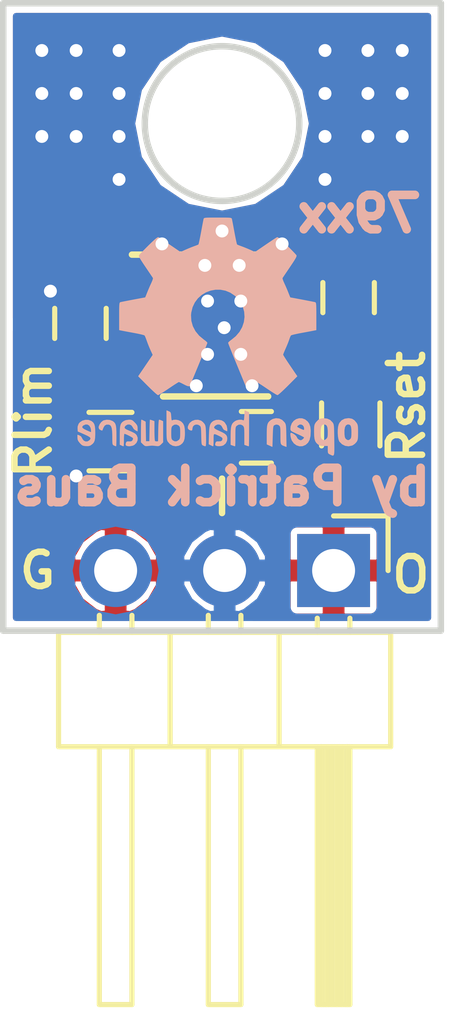
<source format=kicad_pcb>
(kicad_pcb (version 20170123) (host pcbnew "(2017-06-16 revision 2018d4894)-master")

  (general
    (links 22)
    (no_connects 0)
    (area 104.477381 86.924999 130.022619 110.925001)
    (thickness 1.6)
    (drawings 13)
    (tracks 98)
    (zones 0)
    (modules 8)
    (nets 6)
  )

  (page A4)
  (layers
    (0 F.Cu signal)
    (31 B.Cu signal)
    (32 B.Adhes user)
    (33 F.Adhes user)
    (34 B.Paste user)
    (35 F.Paste user)
    (36 B.SilkS user)
    (37 F.SilkS user)
    (38 B.Mask user)
    (39 F.Mask user)
    (40 Dwgs.User user)
    (41 Cmts.User user)
    (42 Eco1.User user)
    (43 Eco2.User user)
    (44 Edge.Cuts user)
    (45 Margin user)
    (46 B.CrtYd user)
    (47 F.CrtYd user)
    (48 B.Fab user)
    (49 F.Fab user hide)
  )

  (setup
    (last_trace_width 0.15)
    (trace_clearance 0.15)
    (zone_clearance 0.15)
    (zone_45_only no)
    (trace_min 0.15)
    (segment_width 0.2)
    (edge_width 0.15)
    (via_size 0.6)
    (via_drill 0.3)
    (via_min_size 0.4)
    (via_min_drill 0.3)
    (uvia_size 0.3)
    (uvia_drill 0.1)
    (uvias_allowed no)
    (uvia_min_size 0.2)
    (uvia_min_drill 0.1)
    (pcb_text_width 0.3)
    (pcb_text_size 1.5 1.5)
    (mod_edge_width 0.15)
    (mod_text_size 1 1)
    (mod_text_width 0.15)
    (pad_size 0.15 0.15)
    (pad_drill 0)
    (pad_to_mask_clearance 0.2)
    (aux_axis_origin 0 0)
    (visible_elements FFFFFF7F)
    (pcbplotparams
      (layerselection 0x010f0_ffffffff)
      (usegerberextensions false)
      (excludeedgelayer true)
      (linewidth 0.100000)
      (plotframeref false)
      (viasonmask false)
      (mode 1)
      (useauxorigin false)
      (hpglpennumber 1)
      (hpglpenspeed 20)
      (hpglpendiameter 15)
      (psnegative false)
      (psa4output false)
      (plotreference true)
      (plotvalue true)
      (plotinvisibletext false)
      (padsonsilk false)
      (subtractmaskfromsilk false)
      (outputformat 1)
      (mirror false)
      (drillshape 0)
      (scaleselection 1)
      (outputdirectory gerber))
  )

  (net 0 "")
  (net 1 GND)
  (net 2 "Net-(C2-Pad1)")
  (net 3 /out)
  (net 4 IN)
  (net 5 "Net-(R1-Pad1)")

  (net_class Default "This is the default net class."
    (clearance 0.15)
    (trace_width 0.15)
    (via_dia 0.6)
    (via_drill 0.3)
    (uvia_dia 0.3)
    (uvia_drill 0.1)
    (add_net /out)
    (add_net GND)
    (add_net IN)
    (add_net "Net-(C2-Pad1)")
    (add_net "Net-(R1-Pad1)")
  )

  (module Symbols:OSHW-Logo2_7.3x6mm_SilkScreen (layer B.Cu) (tedit 0) (tstamp 59896F2D)
    (at 118 94.75 180)
    (descr "Open Source Hardware Symbol")
    (tags "Logo Symbol OSHW")
    (attr virtual)
    (fp_text reference REF*** (at 0 0 180) (layer B.SilkS) hide
      (effects (font (size 1 1) (thickness 0.15)) (justify mirror))
    )
    (fp_text value OSHW-Logo_7.5x8mm_SilkScreen (at 0.75 0 180) (layer B.Fab) hide
      (effects (font (size 1 1) (thickness 0.15)) (justify mirror))
    )
    (fp_poly (pts (xy -2.400256 -1.919918) (xy -2.344799 -1.947568) (xy -2.295852 -1.99848) (xy -2.282371 -2.017338)
      (xy -2.267686 -2.042015) (xy -2.258158 -2.068816) (xy -2.252707 -2.104587) (xy -2.250253 -2.156169)
      (xy -2.249714 -2.224267) (xy -2.252148 -2.317588) (xy -2.260606 -2.387657) (xy -2.276826 -2.439931)
      (xy -2.302546 -2.479869) (xy -2.339503 -2.512929) (xy -2.342218 -2.514886) (xy -2.37864 -2.534908)
      (xy -2.422498 -2.544815) (xy -2.478276 -2.547257) (xy -2.568952 -2.547257) (xy -2.56899 -2.635283)
      (xy -2.569834 -2.684308) (xy -2.574976 -2.713065) (xy -2.588413 -2.730311) (xy -2.614142 -2.744808)
      (xy -2.620321 -2.747769) (xy -2.649236 -2.761648) (xy -2.671624 -2.770414) (xy -2.688271 -2.771171)
      (xy -2.699964 -2.761023) (xy -2.70749 -2.737073) (xy -2.711634 -2.696426) (xy -2.713185 -2.636186)
      (xy -2.712929 -2.553455) (xy -2.711651 -2.445339) (xy -2.711252 -2.413) (xy -2.709815 -2.301524)
      (xy -2.708528 -2.228603) (xy -2.569029 -2.228603) (xy -2.568245 -2.290499) (xy -2.56476 -2.330997)
      (xy -2.556876 -2.357708) (xy -2.542895 -2.378244) (xy -2.533403 -2.38826) (xy -2.494596 -2.417567)
      (xy -2.460237 -2.419952) (xy -2.424784 -2.39575) (xy -2.423886 -2.394857) (xy -2.409461 -2.376153)
      (xy -2.400687 -2.350732) (xy -2.396261 -2.311584) (xy -2.394882 -2.251697) (xy -2.394857 -2.23843)
      (xy -2.398188 -2.155901) (xy -2.409031 -2.098691) (xy -2.42866 -2.063766) (xy -2.45835 -2.048094)
      (xy -2.475509 -2.046514) (xy -2.516234 -2.053926) (xy -2.544168 -2.07833) (xy -2.560983 -2.12298)
      (xy -2.56835 -2.19113) (xy -2.569029 -2.228603) (xy -2.708528 -2.228603) (xy -2.708292 -2.215245)
      (xy -2.706323 -2.150333) (xy -2.70355 -2.102958) (xy -2.699612 -2.06929) (xy -2.694151 -2.045498)
      (xy -2.686808 -2.027753) (xy -2.677223 -2.012224) (xy -2.673113 -2.006381) (xy -2.618595 -1.951185)
      (xy -2.549664 -1.91989) (xy -2.469928 -1.911165) (xy -2.400256 -1.919918)) (layer B.SilkS) (width 0.01))
    (fp_poly (pts (xy -1.283907 -1.92778) (xy -1.237328 -1.954723) (xy -1.204943 -1.981466) (xy -1.181258 -2.009484)
      (xy -1.164941 -2.043748) (xy -1.154661 -2.089227) (xy -1.149086 -2.150892) (xy -1.146884 -2.233711)
      (xy -1.146629 -2.293246) (xy -1.146629 -2.512391) (xy -1.208314 -2.540044) (xy -1.27 -2.567697)
      (xy -1.277257 -2.32767) (xy -1.280256 -2.238028) (xy -1.283402 -2.172962) (xy -1.287299 -2.128026)
      (xy -1.292553 -2.09877) (xy -1.299769 -2.080748) (xy -1.30955 -2.069511) (xy -1.312688 -2.067079)
      (xy -1.360239 -2.048083) (xy -1.408303 -2.0556) (xy -1.436914 -2.075543) (xy -1.448553 -2.089675)
      (xy -1.456609 -2.10822) (xy -1.461729 -2.136334) (xy -1.464559 -2.179173) (xy -1.465744 -2.241895)
      (xy -1.465943 -2.307261) (xy -1.465982 -2.389268) (xy -1.467386 -2.447316) (xy -1.472086 -2.486465)
      (xy -1.482013 -2.51178) (xy -1.499097 -2.528323) (xy -1.525268 -2.541156) (xy -1.560225 -2.554491)
      (xy -1.598404 -2.569007) (xy -1.593859 -2.311389) (xy -1.592029 -2.218519) (xy -1.589888 -2.149889)
      (xy -1.586819 -2.100711) (xy -1.582206 -2.066198) (xy -1.575432 -2.041562) (xy -1.565881 -2.022016)
      (xy -1.554366 -2.00477) (xy -1.49881 -1.94968) (xy -1.43102 -1.917822) (xy -1.357287 -1.910191)
      (xy -1.283907 -1.92778)) (layer B.SilkS) (width 0.01))
    (fp_poly (pts (xy -2.958885 -1.921962) (xy -2.890855 -1.957733) (xy -2.840649 -2.015301) (xy -2.822815 -2.052312)
      (xy -2.808937 -2.107882) (xy -2.801833 -2.178096) (xy -2.80116 -2.254727) (xy -2.806573 -2.329552)
      (xy -2.81773 -2.394342) (xy -2.834286 -2.440873) (xy -2.839374 -2.448887) (xy -2.899645 -2.508707)
      (xy -2.971231 -2.544535) (xy -3.048908 -2.55502) (xy -3.127452 -2.53881) (xy -3.149311 -2.529092)
      (xy -3.191878 -2.499143) (xy -3.229237 -2.459433) (xy -3.232768 -2.454397) (xy -3.247119 -2.430124)
      (xy -3.256606 -2.404178) (xy -3.26221 -2.370022) (xy -3.264914 -2.321119) (xy -3.265701 -2.250935)
      (xy -3.265714 -2.2352) (xy -3.265678 -2.230192) (xy -3.120571 -2.230192) (xy -3.119727 -2.29643)
      (xy -3.116404 -2.340386) (xy -3.109417 -2.368779) (xy -3.097584 -2.388325) (xy -3.091543 -2.394857)
      (xy -3.056814 -2.41968) (xy -3.023097 -2.418548) (xy -2.989005 -2.397016) (xy -2.968671 -2.374029)
      (xy -2.956629 -2.340478) (xy -2.949866 -2.287569) (xy -2.949402 -2.281399) (xy -2.948248 -2.185513)
      (xy -2.960312 -2.114299) (xy -2.98543 -2.068194) (xy -3.02344 -2.047635) (xy -3.037008 -2.046514)
      (xy -3.072636 -2.052152) (xy -3.097006 -2.071686) (xy -3.111907 -2.109042) (xy -3.119125 -2.16815)
      (xy -3.120571 -2.230192) (xy -3.265678 -2.230192) (xy -3.265174 -2.160413) (xy -3.262904 -2.108159)
      (xy -3.257932 -2.071949) (xy -3.249287 -2.045299) (xy -3.235995 -2.021722) (xy -3.233057 -2.017338)
      (xy -3.183687 -1.958249) (xy -3.129891 -1.923947) (xy -3.064398 -1.910331) (xy -3.042158 -1.909665)
      (xy -2.958885 -1.921962)) (layer B.SilkS) (width 0.01))
    (fp_poly (pts (xy -1.831697 -1.931239) (xy -1.774473 -1.969735) (xy -1.730251 -2.025335) (xy -1.703833 -2.096086)
      (xy -1.69849 -2.148162) (xy -1.699097 -2.169893) (xy -1.704178 -2.186531) (xy -1.718145 -2.201437)
      (xy -1.745411 -2.217973) (xy -1.790388 -2.239498) (xy -1.857489 -2.269374) (xy -1.857829 -2.269524)
      (xy -1.919593 -2.297813) (xy -1.970241 -2.322933) (xy -2.004596 -2.342179) (xy -2.017482 -2.352848)
      (xy -2.017486 -2.352934) (xy -2.006128 -2.376166) (xy -1.979569 -2.401774) (xy -1.949077 -2.420221)
      (xy -1.93363 -2.423886) (xy -1.891485 -2.411212) (xy -1.855192 -2.379471) (xy -1.837483 -2.344572)
      (xy -1.820448 -2.318845) (xy -1.787078 -2.289546) (xy -1.747851 -2.264235) (xy -1.713244 -2.250471)
      (xy -1.706007 -2.249714) (xy -1.697861 -2.26216) (xy -1.69737 -2.293972) (xy -1.703357 -2.336866)
      (xy -1.714643 -2.382558) (xy -1.73005 -2.422761) (xy -1.730829 -2.424322) (xy -1.777196 -2.489062)
      (xy -1.837289 -2.533097) (xy -1.905535 -2.554711) (xy -1.976362 -2.552185) (xy -2.044196 -2.523804)
      (xy -2.047212 -2.521808) (xy -2.100573 -2.473448) (xy -2.13566 -2.410352) (xy -2.155078 -2.327387)
      (xy -2.157684 -2.304078) (xy -2.162299 -2.194055) (xy -2.156767 -2.142748) (xy -2.017486 -2.142748)
      (xy -2.015676 -2.174753) (xy -2.005778 -2.184093) (xy -1.981102 -2.177105) (xy -1.942205 -2.160587)
      (xy -1.898725 -2.139881) (xy -1.897644 -2.139333) (xy -1.860791 -2.119949) (xy -1.846 -2.107013)
      (xy -1.849647 -2.093451) (xy -1.865005 -2.075632) (xy -1.904077 -2.049845) (xy -1.946154 -2.04795)
      (xy -1.983897 -2.066717) (xy -2.009966 -2.102915) (xy -2.017486 -2.142748) (xy -2.156767 -2.142748)
      (xy -2.152806 -2.106027) (xy -2.12845 -2.036212) (xy -2.094544 -1.987302) (xy -2.033347 -1.937878)
      (xy -1.965937 -1.913359) (xy -1.89712 -1.911797) (xy -1.831697 -1.931239)) (layer B.SilkS) (width 0.01))
    (fp_poly (pts (xy -0.624114 -1.851289) (xy -0.619861 -1.910613) (xy -0.614975 -1.945572) (xy -0.608205 -1.96082)
      (xy -0.598298 -1.961015) (xy -0.595086 -1.959195) (xy -0.552356 -1.946015) (xy -0.496773 -1.946785)
      (xy -0.440263 -1.960333) (xy -0.404918 -1.977861) (xy -0.368679 -2.005861) (xy -0.342187 -2.037549)
      (xy -0.324001 -2.077813) (xy -0.312678 -2.131543) (xy -0.306778 -2.203626) (xy -0.304857 -2.298951)
      (xy -0.304823 -2.317237) (xy -0.3048 -2.522646) (xy -0.350509 -2.53858) (xy -0.382973 -2.54942)
      (xy -0.400785 -2.554468) (xy -0.401309 -2.554514) (xy -0.403063 -2.540828) (xy -0.404556 -2.503076)
      (xy -0.405674 -2.446224) (xy -0.406303 -2.375234) (xy -0.4064 -2.332073) (xy -0.406602 -2.246973)
      (xy -0.407642 -2.185981) (xy -0.410169 -2.144177) (xy -0.414836 -2.116642) (xy -0.422293 -2.098456)
      (xy -0.433189 -2.084698) (xy -0.439993 -2.078073) (xy -0.486728 -2.051375) (xy -0.537728 -2.049375)
      (xy -0.583999 -2.071955) (xy -0.592556 -2.080107) (xy -0.605107 -2.095436) (xy -0.613812 -2.113618)
      (xy -0.619369 -2.139909) (xy -0.622474 -2.179562) (xy -0.623824 -2.237832) (xy -0.624114 -2.318173)
      (xy -0.624114 -2.522646) (xy -0.669823 -2.53858) (xy -0.702287 -2.54942) (xy -0.720099 -2.554468)
      (xy -0.720623 -2.554514) (xy -0.721963 -2.540623) (xy -0.723172 -2.501439) (xy -0.724199 -2.4407)
      (xy -0.724998 -2.362141) (xy -0.725519 -2.269498) (xy -0.725714 -2.166509) (xy -0.725714 -1.769342)
      (xy -0.678543 -1.749444) (xy -0.631371 -1.729547) (xy -0.624114 -1.851289)) (layer B.SilkS) (width 0.01))
    (fp_poly (pts (xy 0.039744 -1.950968) (xy 0.096616 -1.972087) (xy 0.097267 -1.972493) (xy 0.13244 -1.99838)
      (xy 0.158407 -2.028633) (xy 0.17667 -2.068058) (xy 0.188732 -2.121462) (xy 0.196096 -2.193651)
      (xy 0.200264 -2.289432) (xy 0.200629 -2.303078) (xy 0.205876 -2.508842) (xy 0.161716 -2.531678)
      (xy 0.129763 -2.54711) (xy 0.11047 -2.554423) (xy 0.109578 -2.554514) (xy 0.106239 -2.541022)
      (xy 0.103587 -2.504626) (xy 0.101956 -2.451452) (xy 0.1016 -2.408393) (xy 0.101592 -2.338641)
      (xy 0.098403 -2.294837) (xy 0.087288 -2.273944) (xy 0.063501 -2.272925) (xy 0.022296 -2.288741)
      (xy -0.039914 -2.317815) (xy -0.085659 -2.341963) (xy -0.109187 -2.362913) (xy -0.116104 -2.385747)
      (xy -0.116114 -2.386877) (xy -0.104701 -2.426212) (xy -0.070908 -2.447462) (xy -0.019191 -2.450539)
      (xy 0.018061 -2.450006) (xy 0.037703 -2.460735) (xy 0.049952 -2.486505) (xy 0.057002 -2.519337)
      (xy 0.046842 -2.537966) (xy 0.043017 -2.540632) (xy 0.007001 -2.55134) (xy -0.043434 -2.552856)
      (xy -0.095374 -2.545759) (xy -0.132178 -2.532788) (xy -0.183062 -2.489585) (xy -0.211986 -2.429446)
      (xy -0.217714 -2.382462) (xy -0.213343 -2.340082) (xy -0.197525 -2.305488) (xy -0.166203 -2.274763)
      (xy -0.115322 -2.24399) (xy -0.040824 -2.209252) (xy -0.036286 -2.207288) (xy 0.030821 -2.176287)
      (xy 0.072232 -2.150862) (xy 0.089981 -2.128014) (xy 0.086107 -2.104745) (xy 0.062643 -2.078056)
      (xy 0.055627 -2.071914) (xy 0.00863 -2.0481) (xy -0.040067 -2.049103) (xy -0.082478 -2.072451)
      (xy -0.110616 -2.115675) (xy -0.113231 -2.12416) (xy -0.138692 -2.165308) (xy -0.170999 -2.185128)
      (xy -0.217714 -2.20477) (xy -0.217714 -2.15395) (xy -0.203504 -2.080082) (xy -0.161325 -2.012327)
      (xy -0.139376 -1.989661) (xy -0.089483 -1.960569) (xy -0.026033 -1.9474) (xy 0.039744 -1.950968)) (layer B.SilkS) (width 0.01))
    (fp_poly (pts (xy 0.529926 -1.949755) (xy 0.595858 -1.974084) (xy 0.649273 -2.017117) (xy 0.670164 -2.047409)
      (xy 0.692939 -2.102994) (xy 0.692466 -2.143186) (xy 0.668562 -2.170217) (xy 0.659717 -2.174813)
      (xy 0.62153 -2.189144) (xy 0.602028 -2.185472) (xy 0.595422 -2.161407) (xy 0.595086 -2.148114)
      (xy 0.582992 -2.09921) (xy 0.551471 -2.064999) (xy 0.507659 -2.048476) (xy 0.458695 -2.052634)
      (xy 0.418894 -2.074227) (xy 0.40545 -2.086544) (xy 0.395921 -2.101487) (xy 0.389485 -2.124075)
      (xy 0.385317 -2.159328) (xy 0.382597 -2.212266) (xy 0.380502 -2.287907) (xy 0.37996 -2.311857)
      (xy 0.377981 -2.39379) (xy 0.375731 -2.451455) (xy 0.372357 -2.489608) (xy 0.367006 -2.513004)
      (xy 0.358824 -2.526398) (xy 0.346959 -2.534545) (xy 0.339362 -2.538144) (xy 0.307102 -2.550452)
      (xy 0.288111 -2.554514) (xy 0.281836 -2.540948) (xy 0.278006 -2.499934) (xy 0.2766 -2.430999)
      (xy 0.277598 -2.333669) (xy 0.277908 -2.318657) (xy 0.280101 -2.229859) (xy 0.282693 -2.165019)
      (xy 0.286382 -2.119067) (xy 0.291864 -2.086935) (xy 0.299835 -2.063553) (xy 0.310993 -2.043852)
      (xy 0.31683 -2.03541) (xy 0.350296 -1.998057) (xy 0.387727 -1.969003) (xy 0.392309 -1.966467)
      (xy 0.459426 -1.946443) (xy 0.529926 -1.949755)) (layer B.SilkS) (width 0.01))
    (fp_poly (pts (xy 1.190117 -2.065358) (xy 1.189933 -2.173837) (xy 1.189219 -2.257287) (xy 1.187675 -2.319704)
      (xy 1.185001 -2.365085) (xy 1.180894 -2.397429) (xy 1.175055 -2.420733) (xy 1.167182 -2.438995)
      (xy 1.161221 -2.449418) (xy 1.111855 -2.505945) (xy 1.049264 -2.541377) (xy 0.980013 -2.55409)
      (xy 0.910668 -2.542463) (xy 0.869375 -2.521568) (xy 0.826025 -2.485422) (xy 0.796481 -2.441276)
      (xy 0.778655 -2.383462) (xy 0.770463 -2.306313) (xy 0.769302 -2.249714) (xy 0.769458 -2.245647)
      (xy 0.870857 -2.245647) (xy 0.871476 -2.31055) (xy 0.874314 -2.353514) (xy 0.88084 -2.381622)
      (xy 0.892523 -2.401953) (xy 0.906483 -2.417288) (xy 0.953365 -2.44689) (xy 1.003701 -2.449419)
      (xy 1.051276 -2.424705) (xy 1.054979 -2.421356) (xy 1.070783 -2.403935) (xy 1.080693 -2.383209)
      (xy 1.086058 -2.352362) (xy 1.088228 -2.304577) (xy 1.088571 -2.251748) (xy 1.087827 -2.185381)
      (xy 1.084748 -2.141106) (xy 1.078061 -2.112009) (xy 1.066496 -2.091173) (xy 1.057013 -2.080107)
      (xy 1.01296 -2.052198) (xy 0.962224 -2.048843) (xy 0.913796 -2.070159) (xy 0.90445 -2.078073)
      (xy 0.88854 -2.095647) (xy 0.87861 -2.116587) (xy 0.873278 -2.147782) (xy 0.871163 -2.196122)
      (xy 0.870857 -2.245647) (xy 0.769458 -2.245647) (xy 0.77281 -2.158568) (xy 0.784726 -2.090086)
      (xy 0.807135 -2.0386) (xy 0.842124 -1.998443) (xy 0.869375 -1.977861) (xy 0.918907 -1.955625)
      (xy 0.976316 -1.945304) (xy 1.029682 -1.948067) (xy 1.059543 -1.959212) (xy 1.071261 -1.962383)
      (xy 1.079037 -1.950557) (xy 1.084465 -1.918866) (xy 1.088571 -1.870593) (xy 1.093067 -1.816829)
      (xy 1.099313 -1.784482) (xy 1.110676 -1.765985) (xy 1.130528 -1.75377) (xy 1.143 -1.748362)
      (xy 1.190171 -1.728601) (xy 1.190117 -2.065358)) (layer B.SilkS) (width 0.01))
    (fp_poly (pts (xy 1.779833 -1.958663) (xy 1.782048 -1.99685) (xy 1.783784 -2.054886) (xy 1.784899 -2.12818)
      (xy 1.785257 -2.205055) (xy 1.785257 -2.465196) (xy 1.739326 -2.511127) (xy 1.707675 -2.539429)
      (xy 1.67989 -2.550893) (xy 1.641915 -2.550168) (xy 1.62684 -2.548321) (xy 1.579726 -2.542948)
      (xy 1.540756 -2.539869) (xy 1.531257 -2.539585) (xy 1.499233 -2.541445) (xy 1.453432 -2.546114)
      (xy 1.435674 -2.548321) (xy 1.392057 -2.551735) (xy 1.362745 -2.54432) (xy 1.33368 -2.521427)
      (xy 1.323188 -2.511127) (xy 1.277257 -2.465196) (xy 1.277257 -1.978602) (xy 1.314226 -1.961758)
      (xy 1.346059 -1.949282) (xy 1.364683 -1.944914) (xy 1.369458 -1.958718) (xy 1.373921 -1.997286)
      (xy 1.377775 -2.056356) (xy 1.380722 -2.131663) (xy 1.382143 -2.195286) (xy 1.386114 -2.445657)
      (xy 1.420759 -2.450556) (xy 1.452268 -2.447131) (xy 1.467708 -2.436041) (xy 1.472023 -2.415308)
      (xy 1.475708 -2.371145) (xy 1.478469 -2.309146) (xy 1.480012 -2.234909) (xy 1.480235 -2.196706)
      (xy 1.480457 -1.976783) (xy 1.526166 -1.960849) (xy 1.558518 -1.950015) (xy 1.576115 -1.944962)
      (xy 1.576623 -1.944914) (xy 1.578388 -1.958648) (xy 1.580329 -1.99673) (xy 1.582282 -2.054482)
      (xy 1.584084 -2.127227) (xy 1.585343 -2.195286) (xy 1.589314 -2.445657) (xy 1.6764 -2.445657)
      (xy 1.680396 -2.21724) (xy 1.684392 -1.988822) (xy 1.726847 -1.966868) (xy 1.758192 -1.951793)
      (xy 1.776744 -1.944951) (xy 1.777279 -1.944914) (xy 1.779833 -1.958663)) (layer B.SilkS) (width 0.01))
    (fp_poly (pts (xy 2.144876 -1.956335) (xy 2.186667 -1.975344) (xy 2.219469 -1.998378) (xy 2.243503 -2.024133)
      (xy 2.260097 -2.057358) (xy 2.270577 -2.1028) (xy 2.276271 -2.165207) (xy 2.278507 -2.249327)
      (xy 2.278743 -2.304721) (xy 2.278743 -2.520826) (xy 2.241774 -2.53767) (xy 2.212656 -2.549981)
      (xy 2.198231 -2.554514) (xy 2.195472 -2.541025) (xy 2.193282 -2.504653) (xy 2.191942 -2.451542)
      (xy 2.191657 -2.409372) (xy 2.190434 -2.348447) (xy 2.187136 -2.300115) (xy 2.182321 -2.270518)
      (xy 2.178496 -2.264229) (xy 2.152783 -2.270652) (xy 2.112418 -2.287125) (xy 2.065679 -2.309458)
      (xy 2.020845 -2.333457) (xy 1.986193 -2.35493) (xy 1.970002 -2.369685) (xy 1.969938 -2.369845)
      (xy 1.97133 -2.397152) (xy 1.983818 -2.423219) (xy 2.005743 -2.444392) (xy 2.037743 -2.451474)
      (xy 2.065092 -2.450649) (xy 2.103826 -2.450042) (xy 2.124158 -2.459116) (xy 2.136369 -2.483092)
      (xy 2.137909 -2.487613) (xy 2.143203 -2.521806) (xy 2.129047 -2.542568) (xy 2.092148 -2.552462)
      (xy 2.052289 -2.554292) (xy 1.980562 -2.540727) (xy 1.943432 -2.521355) (xy 1.897576 -2.475845)
      (xy 1.873256 -2.419983) (xy 1.871073 -2.360957) (xy 1.891629 -2.305953) (xy 1.922549 -2.271486)
      (xy 1.95342 -2.252189) (xy 2.001942 -2.227759) (xy 2.058485 -2.202985) (xy 2.06791 -2.199199)
      (xy 2.130019 -2.171791) (xy 2.165822 -2.147634) (xy 2.177337 -2.123619) (xy 2.16658 -2.096635)
      (xy 2.148114 -2.075543) (xy 2.104469 -2.049572) (xy 2.056446 -2.047624) (xy 2.012406 -2.067637)
      (xy 1.980709 -2.107551) (xy 1.976549 -2.117848) (xy 1.952327 -2.155724) (xy 1.916965 -2.183842)
      (xy 1.872343 -2.206917) (xy 1.872343 -2.141485) (xy 1.874969 -2.101506) (xy 1.88623 -2.069997)
      (xy 1.911199 -2.036378) (xy 1.935169 -2.010484) (xy 1.972441 -1.973817) (xy 2.001401 -1.954121)
      (xy 2.032505 -1.94622) (xy 2.067713 -1.944914) (xy 2.144876 -1.956335)) (layer B.SilkS) (width 0.01))
    (fp_poly (pts (xy 2.6526 -1.958752) (xy 2.669948 -1.966334) (xy 2.711356 -1.999128) (xy 2.746765 -2.046547)
      (xy 2.768664 -2.097151) (xy 2.772229 -2.122098) (xy 2.760279 -2.156927) (xy 2.734067 -2.175357)
      (xy 2.705964 -2.186516) (xy 2.693095 -2.188572) (xy 2.686829 -2.173649) (xy 2.674456 -2.141175)
      (xy 2.669028 -2.126502) (xy 2.63859 -2.075744) (xy 2.59452 -2.050427) (xy 2.53801 -2.051206)
      (xy 2.533825 -2.052203) (xy 2.503655 -2.066507) (xy 2.481476 -2.094393) (xy 2.466327 -2.139287)
      (xy 2.45725 -2.204615) (xy 2.453286 -2.293804) (xy 2.452914 -2.341261) (xy 2.45273 -2.416071)
      (xy 2.451522 -2.467069) (xy 2.448309 -2.499471) (xy 2.442109 -2.518495) (xy 2.43194 -2.529356)
      (xy 2.416819 -2.537272) (xy 2.415946 -2.53767) (xy 2.386828 -2.549981) (xy 2.372403 -2.554514)
      (xy 2.370186 -2.540809) (xy 2.368289 -2.502925) (xy 2.366847 -2.445715) (xy 2.365998 -2.374027)
      (xy 2.365829 -2.321565) (xy 2.366692 -2.220047) (xy 2.37007 -2.143032) (xy 2.377142 -2.086023)
      (xy 2.389088 -2.044526) (xy 2.40709 -2.014043) (xy 2.432327 -1.99008) (xy 2.457247 -1.973355)
      (xy 2.517171 -1.951097) (xy 2.586911 -1.946076) (xy 2.6526 -1.958752)) (layer B.SilkS) (width 0.01))
    (fp_poly (pts (xy 3.153595 -1.966966) (xy 3.211021 -2.004497) (xy 3.238719 -2.038096) (xy 3.260662 -2.099064)
      (xy 3.262405 -2.147308) (xy 3.258457 -2.211816) (xy 3.109686 -2.276934) (xy 3.037349 -2.310202)
      (xy 2.990084 -2.336964) (xy 2.965507 -2.360144) (xy 2.961237 -2.382667) (xy 2.974889 -2.407455)
      (xy 2.989943 -2.423886) (xy 3.033746 -2.450235) (xy 3.081389 -2.452081) (xy 3.125145 -2.431546)
      (xy 3.157289 -2.390752) (xy 3.163038 -2.376347) (xy 3.190576 -2.331356) (xy 3.222258 -2.312182)
      (xy 3.265714 -2.295779) (xy 3.265714 -2.357966) (xy 3.261872 -2.400283) (xy 3.246823 -2.435969)
      (xy 3.21528 -2.476943) (xy 3.210592 -2.482267) (xy 3.175506 -2.51872) (xy 3.145347 -2.538283)
      (xy 3.107615 -2.547283) (xy 3.076335 -2.55023) (xy 3.020385 -2.550965) (xy 2.980555 -2.54166)
      (xy 2.955708 -2.527846) (xy 2.916656 -2.497467) (xy 2.889625 -2.464613) (xy 2.872517 -2.423294)
      (xy 2.863238 -2.367521) (xy 2.859693 -2.291305) (xy 2.85941 -2.252622) (xy 2.860372 -2.206247)
      (xy 2.948007 -2.206247) (xy 2.949023 -2.231126) (xy 2.951556 -2.2352) (xy 2.968274 -2.229665)
      (xy 3.004249 -2.215017) (xy 3.052331 -2.19419) (xy 3.062386 -2.189714) (xy 3.123152 -2.158814)
      (xy 3.156632 -2.131657) (xy 3.16399 -2.10622) (xy 3.146391 -2.080481) (xy 3.131856 -2.069109)
      (xy 3.07941 -2.046364) (xy 3.030322 -2.050122) (xy 2.989227 -2.077884) (xy 2.960758 -2.127152)
      (xy 2.951631 -2.166257) (xy 2.948007 -2.206247) (xy 2.860372 -2.206247) (xy 2.861285 -2.162249)
      (xy 2.868196 -2.095384) (xy 2.881884 -2.046695) (xy 2.904096 -2.010849) (xy 2.936574 -1.982513)
      (xy 2.950733 -1.973355) (xy 3.015053 -1.949507) (xy 3.085473 -1.948006) (xy 3.153595 -1.966966)) (layer B.SilkS) (width 0.01))
    (fp_poly (pts (xy 0.10391 2.757652) (xy 0.182454 2.757222) (xy 0.239298 2.756058) (xy 0.278105 2.753793)
      (xy 0.302538 2.75006) (xy 0.316262 2.744494) (xy 0.32294 2.736727) (xy 0.326236 2.726395)
      (xy 0.326556 2.725057) (xy 0.331562 2.700921) (xy 0.340829 2.653299) (xy 0.353392 2.587259)
      (xy 0.368287 2.507872) (xy 0.384551 2.420204) (xy 0.385119 2.417125) (xy 0.40141 2.331211)
      (xy 0.416652 2.255304) (xy 0.429861 2.193955) (xy 0.440054 2.151718) (xy 0.446248 2.133145)
      (xy 0.446543 2.132816) (xy 0.464788 2.123747) (xy 0.502405 2.108633) (xy 0.551271 2.090738)
      (xy 0.551543 2.090642) (xy 0.613093 2.067507) (xy 0.685657 2.038035) (xy 0.754057 2.008403)
      (xy 0.757294 2.006938) (xy 0.868702 1.956374) (xy 1.115399 2.12484) (xy 1.191077 2.176197)
      (xy 1.259631 2.222111) (xy 1.317088 2.25997) (xy 1.359476 2.287163) (xy 1.382825 2.301079)
      (xy 1.385042 2.302111) (xy 1.40201 2.297516) (xy 1.433701 2.275345) (xy 1.481352 2.234553)
      (xy 1.546198 2.174095) (xy 1.612397 2.109773) (xy 1.676214 2.046388) (xy 1.733329 1.988549)
      (xy 1.780305 1.939825) (xy 1.813703 1.90379) (xy 1.830085 1.884016) (xy 1.830694 1.882998)
      (xy 1.832505 1.869428) (xy 1.825683 1.847267) (xy 1.80854 1.813522) (xy 1.779393 1.7652)
      (xy 1.736555 1.699308) (xy 1.679448 1.614483) (xy 1.628766 1.539823) (xy 1.583461 1.47286)
      (xy 1.54615 1.417484) (xy 1.519452 1.37758) (xy 1.505985 1.357038) (xy 1.505137 1.355644)
      (xy 1.506781 1.335962) (xy 1.519245 1.297707) (xy 1.540048 1.248111) (xy 1.547462 1.232272)
      (xy 1.579814 1.16171) (xy 1.614328 1.081647) (xy 1.642365 1.012371) (xy 1.662568 0.960955)
      (xy 1.678615 0.921881) (xy 1.687888 0.901459) (xy 1.689041 0.899886) (xy 1.706096 0.897279)
      (xy 1.746298 0.890137) (xy 1.804302 0.879477) (xy 1.874763 0.866315) (xy 1.952335 0.851667)
      (xy 2.031672 0.836551) (xy 2.107431 0.821982) (xy 2.174264 0.808978) (xy 2.226828 0.798555)
      (xy 2.259776 0.79173) (xy 2.267857 0.789801) (xy 2.276205 0.785038) (xy 2.282506 0.774282)
      (xy 2.287045 0.753902) (xy 2.290104 0.720266) (xy 2.291967 0.669745) (xy 2.292918 0.598708)
      (xy 2.29324 0.503524) (xy 2.293257 0.464508) (xy 2.293257 0.147201) (xy 2.217057 0.132161)
      (xy 2.174663 0.124005) (xy 2.1114 0.112101) (xy 2.034962 0.097884) (xy 1.953043 0.08279)
      (xy 1.9304 0.078645) (xy 1.854806 0.063947) (xy 1.788953 0.049495) (xy 1.738366 0.036625)
      (xy 1.708574 0.026678) (xy 1.703612 0.023713) (xy 1.691426 0.002717) (xy 1.673953 -0.037967)
      (xy 1.654577 -0.090322) (xy 1.650734 -0.1016) (xy 1.625339 -0.171523) (xy 1.593817 -0.250418)
      (xy 1.562969 -0.321266) (xy 1.562817 -0.321595) (xy 1.511447 -0.432733) (xy 1.680399 -0.681253)
      (xy 1.849352 -0.929772) (xy 1.632429 -1.147058) (xy 1.566819 -1.211726) (xy 1.506979 -1.268733)
      (xy 1.456267 -1.315033) (xy 1.418046 -1.347584) (xy 1.395675 -1.363343) (xy 1.392466 -1.364343)
      (xy 1.373626 -1.356469) (xy 1.33518 -1.334578) (xy 1.28133 -1.301267) (xy 1.216276 -1.259131)
      (xy 1.14594 -1.211943) (xy 1.074555 -1.16381) (xy 1.010908 -1.121928) (xy 0.959041 -1.088871)
      (xy 0.922995 -1.067218) (xy 0.906867 -1.059543) (xy 0.887189 -1.066037) (xy 0.849875 -1.08315)
      (xy 0.802621 -1.107326) (xy 0.797612 -1.110013) (xy 0.733977 -1.141927) (xy 0.690341 -1.157579)
      (xy 0.663202 -1.157745) (xy 0.649057 -1.143204) (xy 0.648975 -1.143) (xy 0.641905 -1.125779)
      (xy 0.625042 -1.084899) (xy 0.599695 -1.023525) (xy 0.567171 -0.944819) (xy 0.528778 -0.851947)
      (xy 0.485822 -0.748072) (xy 0.444222 -0.647502) (xy 0.398504 -0.536516) (xy 0.356526 -0.433703)
      (xy 0.319548 -0.342215) (xy 0.288827 -0.265201) (xy 0.265622 -0.205815) (xy 0.25119 -0.167209)
      (xy 0.246743 -0.1528) (xy 0.257896 -0.136272) (xy 0.287069 -0.10993) (xy 0.325971 -0.080887)
      (xy 0.436757 0.010961) (xy 0.523351 0.116241) (xy 0.584716 0.232734) (xy 0.619815 0.358224)
      (xy 0.627608 0.490493) (xy 0.621943 0.551543) (xy 0.591078 0.678205) (xy 0.53792 0.790059)
      (xy 0.465767 0.885999) (xy 0.377917 0.964924) (xy 0.277665 1.02573) (xy 0.16831 1.067313)
      (xy 0.053147 1.088572) (xy -0.064525 1.088401) (xy -0.18141 1.065699) (xy -0.294211 1.019362)
      (xy -0.399631 0.948287) (xy -0.443632 0.908089) (xy -0.528021 0.804871) (xy -0.586778 0.692075)
      (xy -0.620296 0.57299) (xy -0.628965 0.450905) (xy -0.613177 0.329107) (xy -0.573322 0.210884)
      (xy -0.509793 0.099525) (xy -0.422979 -0.001684) (xy -0.325971 -0.080887) (xy -0.285563 -0.111162)
      (xy -0.257018 -0.137219) (xy -0.246743 -0.152825) (xy -0.252123 -0.169843) (xy -0.267425 -0.2105)
      (xy -0.291388 -0.271642) (xy -0.322756 -0.350119) (xy -0.360268 -0.44278) (xy -0.402667 -0.546472)
      (xy -0.444337 -0.647526) (xy -0.49031 -0.758607) (xy -0.532893 -0.861541) (xy -0.570779 -0.953165)
      (xy -0.60266 -1.030316) (xy -0.627229 -1.089831) (xy -0.64318 -1.128544) (xy -0.64909 -1.143)
      (xy -0.663052 -1.157685) (xy -0.69006 -1.157642) (xy -0.733587 -1.142099) (xy -0.79711 -1.110284)
      (xy -0.797612 -1.110013) (xy -0.84544 -1.085323) (xy -0.884103 -1.067338) (xy -0.905905 -1.059614)
      (xy -0.906867 -1.059543) (xy -0.923279 -1.067378) (xy -0.959513 -1.089165) (xy -1.011526 -1.122328)
      (xy -1.075275 -1.164291) (xy -1.14594 -1.211943) (xy -1.217884 -1.260191) (xy -1.282726 -1.302151)
      (xy -1.336265 -1.335227) (xy -1.374303 -1.356821) (xy -1.392467 -1.364343) (xy -1.409192 -1.354457)
      (xy -1.44282 -1.326826) (xy -1.48999 -1.284495) (xy -1.547342 -1.230505) (xy -1.611516 -1.167899)
      (xy -1.632503 -1.146983) (xy -1.849501 -0.929623) (xy -1.684332 -0.68722) (xy -1.634136 -0.612781)
      (xy -1.590081 -0.545972) (xy -1.554638 -0.490665) (xy -1.530281 -0.450729) (xy -1.519478 -0.430036)
      (xy -1.519162 -0.428563) (xy -1.524857 -0.409058) (xy -1.540174 -0.369822) (xy -1.562463 -0.31743)
      (xy -1.578107 -0.282355) (xy -1.607359 -0.215201) (xy -1.634906 -0.147358) (xy -1.656263 -0.090034)
      (xy -1.662065 -0.072572) (xy -1.678548 -0.025938) (xy -1.69466 0.010095) (xy -1.70351 0.023713)
      (xy -1.72304 0.032048) (xy -1.765666 0.043863) (xy -1.825855 0.057819) (xy -1.898078 0.072578)
      (xy -1.9304 0.078645) (xy -2.012478 0.093727) (xy -2.091205 0.108331) (xy -2.158891 0.12102)
      (xy -2.20784 0.130358) (xy -2.217057 0.132161) (xy -2.293257 0.147201) (xy -2.293257 0.464508)
      (xy -2.293086 0.568846) (xy -2.292384 0.647787) (xy -2.290866 0.704962) (xy -2.288251 0.744001)
      (xy -2.284254 0.768535) (xy -2.278591 0.782195) (xy -2.27098 0.788611) (xy -2.267857 0.789801)
      (xy -2.249022 0.79402) (xy -2.207412 0.802438) (xy -2.14837 0.814039) (xy -2.077243 0.827805)
      (xy -1.999375 0.84272) (xy -1.920113 0.857768) (xy -1.844802 0.871931) (xy -1.778787 0.884194)
      (xy -1.727413 0.893539) (xy -1.696025 0.89895) (xy -1.689041 0.899886) (xy -1.682715 0.912404)
      (xy -1.66871 0.945754) (xy -1.649645 0.993623) (xy -1.642366 1.012371) (xy -1.613004 1.084805)
      (xy -1.578429 1.16483) (xy -1.547463 1.232272) (xy -1.524677 1.283841) (xy -1.509518 1.326215)
      (xy -1.504458 1.352166) (xy -1.505264 1.355644) (xy -1.515959 1.372064) (xy -1.54038 1.408583)
      (xy -1.575905 1.461313) (xy -1.619913 1.526365) (xy -1.669783 1.599849) (xy -1.679644 1.614355)
      (xy -1.737508 1.700296) (xy -1.780044 1.765739) (xy -1.808946 1.813696) (xy -1.82591 1.84718)
      (xy -1.832633 1.869205) (xy -1.83081 1.882783) (xy -1.830764 1.882869) (xy -1.816414 1.900703)
      (xy -1.784677 1.935183) (xy -1.73899 1.982732) (xy -1.682796 2.039778) (xy -1.619532 2.102745)
      (xy -1.612398 2.109773) (xy -1.53267 2.18698) (xy -1.471143 2.24367) (xy -1.426579 2.28089)
      (xy -1.397743 2.299685) (xy -1.385042 2.302111) (xy -1.366506 2.291529) (xy -1.328039 2.267084)
      (xy -1.273614 2.231388) (xy -1.207202 2.187053) (xy -1.132775 2.136689) (xy -1.115399 2.12484)
      (xy -0.868703 1.956374) (xy -0.757294 2.006938) (xy -0.689543 2.036405) (xy -0.616817 2.066041)
      (xy -0.554297 2.08967) (xy -0.551543 2.090642) (xy -0.50264 2.108543) (xy -0.464943 2.12368)
      (xy -0.446575 2.13279) (xy -0.446544 2.132816) (xy -0.440715 2.149283) (xy -0.430808 2.189781)
      (xy -0.417805 2.249758) (xy -0.402691 2.32466) (xy -0.386448 2.409936) (xy -0.385119 2.417125)
      (xy -0.368825 2.504986) (xy -0.353867 2.58474) (xy -0.341209 2.651319) (xy -0.331814 2.699653)
      (xy -0.326646 2.724675) (xy -0.326556 2.725057) (xy -0.323411 2.735701) (xy -0.317296 2.743738)
      (xy -0.304547 2.749533) (xy -0.2815 2.753453) (xy -0.244491 2.755865) (xy -0.189856 2.757135)
      (xy -0.113933 2.757629) (xy -0.013056 2.757714) (xy 0 2.757714) (xy 0.10391 2.757652)) (layer B.SilkS) (width 0.01))
  )

  (module Resistors_SMD:R_0603 (layer F.Cu) (tedit 59895F07) (tstamp 5989710B)
    (at 115.5 97.2 180)
    (descr "Resistor SMD 0603, reflow soldering, Vishay (see dcrcw.pdf)")
    (tags "resistor 0603")
    (path /5989486E)
    (attr smd)
    (fp_text reference R1 (at 0 -1.45 180) (layer F.SilkS) hide
      (effects (font (size 1 1) (thickness 0.15)))
    )
    (fp_text value 10k (at 0 1.5 180) (layer F.Fab)
      (effects (font (size 1 1) (thickness 0.15)))
    )
    (fp_text user %R (at 0 0 180) (layer F.Fab)
      (effects (font (size 0.4 0.4) (thickness 0.075)))
    )
    (fp_line (start -0.8 0.4) (end -0.8 -0.4) (layer F.Fab) (width 0.1))
    (fp_line (start 0.8 0.4) (end -0.8 0.4) (layer F.Fab) (width 0.1))
    (fp_line (start 0.8 -0.4) (end 0.8 0.4) (layer F.Fab) (width 0.1))
    (fp_line (start -0.8 -0.4) (end 0.8 -0.4) (layer F.Fab) (width 0.1))
    (fp_line (start 0.5 0.68) (end -0.5 0.68) (layer F.SilkS) (width 0.12))
    (fp_line (start -0.5 -0.68) (end 0.5 -0.68) (layer F.SilkS) (width 0.12))
    (fp_line (start -1.25 -0.7) (end 1.25 -0.7) (layer F.CrtYd) (width 0.05))
    (fp_line (start -1.25 -0.7) (end -1.25 0.7) (layer F.CrtYd) (width 0.05))
    (fp_line (start 1.25 0.7) (end 1.25 -0.7) (layer F.CrtYd) (width 0.05))
    (fp_line (start 1.25 0.7) (end -1.25 0.7) (layer F.CrtYd) (width 0.05))
    (pad 1 smd rect (at -0.75 0 180) (size 0.5 0.9) (layers F.Cu F.Paste F.Mask)
      (net 5 "Net-(R1-Pad1)"))
    (pad 2 smd rect (at 0.75 0 180) (size 0.5 0.9) (layers F.Cu F.Paste F.Mask)
      (net 4 IN))
    (model ${KISYS3DMOD}/Resistors_SMD.3dshapes/R_0603.wrl
      (at (xyz 0 0 0))
      (scale (xyz 1 1 1))
      (rotate (xyz 0 0 0))
    )
  )

  (module Resistors_SMD:R_0603 (layer F.Cu) (tedit 59895F13) (tstamp 5989711C)
    (at 121.1 96.8 270)
    (descr "Resistor SMD 0603, reflow soldering, Vishay (see dcrcw.pdf)")
    (tags "resistor 0603")
    (path /598949E9)
    (attr smd)
    (fp_text reference R2 (at 0 -1.45 270) (layer F.SilkS) hide
      (effects (font (size 1 1) (thickness 0.15)))
    )
    (fp_text value 243k (at 0 1.5 270) (layer F.Fab)
      (effects (font (size 1 1) (thickness 0.15)))
    )
    (fp_line (start 1.25 0.7) (end -1.25 0.7) (layer F.CrtYd) (width 0.05))
    (fp_line (start 1.25 0.7) (end 1.25 -0.7) (layer F.CrtYd) (width 0.05))
    (fp_line (start -1.25 -0.7) (end -1.25 0.7) (layer F.CrtYd) (width 0.05))
    (fp_line (start -1.25 -0.7) (end 1.25 -0.7) (layer F.CrtYd) (width 0.05))
    (fp_line (start -0.5 -0.68) (end 0.5 -0.68) (layer F.SilkS) (width 0.12))
    (fp_line (start 0.5 0.68) (end -0.5 0.68) (layer F.SilkS) (width 0.12))
    (fp_line (start -0.8 -0.4) (end 0.8 -0.4) (layer F.Fab) (width 0.1))
    (fp_line (start 0.8 -0.4) (end 0.8 0.4) (layer F.Fab) (width 0.1))
    (fp_line (start 0.8 0.4) (end -0.8 0.4) (layer F.Fab) (width 0.1))
    (fp_line (start -0.8 0.4) (end -0.8 -0.4) (layer F.Fab) (width 0.1))
    (fp_text user %R (at 0 0 270) (layer F.Fab)
      (effects (font (size 0.4 0.4) (thickness 0.075)))
    )
    (pad 2 smd rect (at 0.75 0 270) (size 0.5 0.9) (layers F.Cu F.Paste F.Mask)
      (net 1 GND))
    (pad 1 smd rect (at -0.75 0 270) (size 0.5 0.9) (layers F.Cu F.Paste F.Mask)
      (net 2 "Net-(C2-Pad1)"))
    (model ${KISYS3DMOD}/Resistors_SMD.3dshapes/R_0603.wrl
      (at (xyz 0 0 0))
      (scale (xyz 1 1 1))
      (rotate (xyz 0 0 0))
    )
  )

  (module Pin_Headers:Pin_Header_Angled_1x03_Pitch2.54mm (layer F.Cu) (tedit 598960D3) (tstamp 59897C05)
    (at 120.7 100.2 270)
    (descr "Through hole angled pin header, 1x03, 2.54mm pitch, 6mm pin length, single row")
    (tags "Through hole angled pin header THT 1x03 2.54mm single row")
    (path /598944A2)
    (fp_text reference J1 (at 4.385 -2.27 270) (layer F.SilkS) hide
      (effects (font (size 1 1) (thickness 0.15)))
    )
    (fp_text value CONN_01X03 (at 4.385 7.35 270) (layer F.Fab)
      (effects (font (size 1 1) (thickness 0.15)))
    )
    (fp_text user %R (at 2.77 2.54) (layer F.Fab)
      (effects (font (size 1 1) (thickness 0.15)))
    )
    (fp_line (start 10.55 -1.8) (end -1.8 -1.8) (layer F.CrtYd) (width 0.05))
    (fp_line (start 10.55 6.85) (end 10.55 -1.8) (layer F.CrtYd) (width 0.05))
    (fp_line (start -1.8 6.85) (end 10.55 6.85) (layer F.CrtYd) (width 0.05))
    (fp_line (start -1.8 -1.8) (end -1.8 6.85) (layer F.CrtYd) (width 0.05))
    (fp_line (start -1.27 -1.27) (end 0 -1.27) (layer F.SilkS) (width 0.12))
    (fp_line (start -1.27 0) (end -1.27 -1.27) (layer F.SilkS) (width 0.12))
    (fp_line (start 1.042929 5.46) (end 1.44 5.46) (layer F.SilkS) (width 0.12))
    (fp_line (start 1.042929 4.7) (end 1.44 4.7) (layer F.SilkS) (width 0.12))
    (fp_line (start 10.1 5.46) (end 4.1 5.46) (layer F.SilkS) (width 0.12))
    (fp_line (start 10.1 4.7) (end 10.1 5.46) (layer F.SilkS) (width 0.12))
    (fp_line (start 4.1 4.7) (end 10.1 4.7) (layer F.SilkS) (width 0.12))
    (fp_line (start 1.44 3.81) (end 4.1 3.81) (layer F.SilkS) (width 0.12))
    (fp_line (start 1.042929 2.92) (end 1.44 2.92) (layer F.SilkS) (width 0.12))
    (fp_line (start 1.042929 2.16) (end 1.44 2.16) (layer F.SilkS) (width 0.12))
    (fp_line (start 10.1 2.92) (end 4.1 2.92) (layer F.SilkS) (width 0.12))
    (fp_line (start 10.1 2.16) (end 10.1 2.92) (layer F.SilkS) (width 0.12))
    (fp_line (start 4.1 2.16) (end 10.1 2.16) (layer F.SilkS) (width 0.12))
    (fp_line (start 1.44 1.27) (end 4.1 1.27) (layer F.SilkS) (width 0.12))
    (fp_line (start 1.11 0.38) (end 1.44 0.38) (layer F.SilkS) (width 0.12))
    (fp_line (start 1.11 -0.38) (end 1.44 -0.38) (layer F.SilkS) (width 0.12))
    (fp_line (start 4.1 0.28) (end 10.1 0.28) (layer F.SilkS) (width 0.12))
    (fp_line (start 4.1 0.16) (end 10.1 0.16) (layer F.SilkS) (width 0.12))
    (fp_line (start 4.1 0.04) (end 10.1 0.04) (layer F.SilkS) (width 0.12))
    (fp_line (start 4.1 -0.08) (end 10.1 -0.08) (layer F.SilkS) (width 0.12))
    (fp_line (start 4.1 -0.2) (end 10.1 -0.2) (layer F.SilkS) (width 0.12))
    (fp_line (start 4.1 -0.32) (end 10.1 -0.32) (layer F.SilkS) (width 0.12))
    (fp_line (start 10.1 0.38) (end 4.1 0.38) (layer F.SilkS) (width 0.12))
    (fp_line (start 10.1 -0.38) (end 10.1 0.38) (layer F.SilkS) (width 0.12))
    (fp_line (start 4.1 -0.38) (end 10.1 -0.38) (layer F.SilkS) (width 0.12))
    (fp_line (start 4.1 -1.33) (end 1.44 -1.33) (layer F.SilkS) (width 0.12))
    (fp_line (start 4.1 6.41) (end 4.1 -1.33) (layer F.SilkS) (width 0.12))
    (fp_line (start 1.44 6.41) (end 4.1 6.41) (layer F.SilkS) (width 0.12))
    (fp_line (start 1.44 -1.33) (end 1.44 6.41) (layer F.SilkS) (width 0.12))
    (fp_line (start 4.04 5.4) (end 10.04 5.4) (layer F.Fab) (width 0.1))
    (fp_line (start 10.04 4.76) (end 10.04 5.4) (layer F.Fab) (width 0.1))
    (fp_line (start 4.04 4.76) (end 10.04 4.76) (layer F.Fab) (width 0.1))
    (fp_line (start -0.32 5.4) (end 1.5 5.4) (layer F.Fab) (width 0.1))
    (fp_line (start -0.32 4.76) (end -0.32 5.4) (layer F.Fab) (width 0.1))
    (fp_line (start -0.32 4.76) (end 1.5 4.76) (layer F.Fab) (width 0.1))
    (fp_line (start 4.04 2.86) (end 10.04 2.86) (layer F.Fab) (width 0.1))
    (fp_line (start 10.04 2.22) (end 10.04 2.86) (layer F.Fab) (width 0.1))
    (fp_line (start 4.04 2.22) (end 10.04 2.22) (layer F.Fab) (width 0.1))
    (fp_line (start -0.32 2.86) (end 1.5 2.86) (layer F.Fab) (width 0.1))
    (fp_line (start -0.32 2.22) (end -0.32 2.86) (layer F.Fab) (width 0.1))
    (fp_line (start -0.32 2.22) (end 1.5 2.22) (layer F.Fab) (width 0.1))
    (fp_line (start 4.04 0.32) (end 10.04 0.32) (layer F.Fab) (width 0.1))
    (fp_line (start 10.04 -0.32) (end 10.04 0.32) (layer F.Fab) (width 0.1))
    (fp_line (start 4.04 -0.32) (end 10.04 -0.32) (layer F.Fab) (width 0.1))
    (fp_line (start -0.32 0.32) (end 1.5 0.32) (layer F.Fab) (width 0.1))
    (fp_line (start -0.32 -0.32) (end -0.32 0.32) (layer F.Fab) (width 0.1))
    (fp_line (start -0.32 -0.32) (end 1.5 -0.32) (layer F.Fab) (width 0.1))
    (fp_line (start 1.5 -0.635) (end 2.135 -1.27) (layer F.Fab) (width 0.1))
    (fp_line (start 1.5 6.35) (end 1.5 -0.635) (layer F.Fab) (width 0.1))
    (fp_line (start 4.04 6.35) (end 1.5 6.35) (layer F.Fab) (width 0.1))
    (fp_line (start 4.04 -1.27) (end 4.04 6.35) (layer F.Fab) (width 0.1))
    (fp_line (start 2.135 -1.27) (end 4.04 -1.27) (layer F.Fab) (width 0.1))
    (pad 3 thru_hole oval (at 0 5.08 270) (size 1.7 1.7) (drill 1) (layers *.Cu *.Mask)
      (net 1 GND))
    (pad 2 thru_hole oval (at 0 2.54 270) (size 1.7 1.7) (drill 1) (layers *.Cu *.Mask)
      (net 4 IN))
    (pad 1 thru_hole rect (at 0 0 270) (size 1.7 1.7) (drill 1) (layers *.Cu *.Mask)
      (net 3 /out))
    (model ${KISYS3DMOD}/Pin_Headers.3dshapes/Pin_Header_Angled_1x03_Pitch2.54mm.wrl
      (at (xyz 0 -0 0))
      (scale (xyz 1 1 1))
      (rotate (xyz 0 0 0))
    )
  )

  (module Capacitors_SMD:C_0603 (layer F.Cu) (tedit 59895F10) (tstamp 598984A8)
    (at 118.9 97.1 180)
    (descr "Capacitor SMD 0603, reflow soldering, AVX (see smccp.pdf)")
    (tags "capacitor 0603")
    (path /59895DC4)
    (attr smd)
    (fp_text reference C2 (at 0 -1.5 180) (layer F.SilkS) hide
      (effects (font (size 1 1) (thickness 0.15)))
    )
    (fp_text value 100n (at 0 1.5 180) (layer F.Fab)
      (effects (font (size 1 1) (thickness 0.15)))
    )
    (fp_line (start 1.4 0.65) (end -1.4 0.65) (layer F.CrtYd) (width 0.05))
    (fp_line (start 1.4 0.65) (end 1.4 -0.65) (layer F.CrtYd) (width 0.05))
    (fp_line (start -1.4 -0.65) (end -1.4 0.65) (layer F.CrtYd) (width 0.05))
    (fp_line (start -1.4 -0.65) (end 1.4 -0.65) (layer F.CrtYd) (width 0.05))
    (fp_line (start 0.35 0.6) (end -0.35 0.6) (layer F.SilkS) (width 0.12))
    (fp_line (start -0.35 -0.6) (end 0.35 -0.6) (layer F.SilkS) (width 0.12))
    (fp_line (start -0.8 -0.4) (end 0.8 -0.4) (layer F.Fab) (width 0.1))
    (fp_line (start 0.8 -0.4) (end 0.8 0.4) (layer F.Fab) (width 0.1))
    (fp_line (start 0.8 0.4) (end -0.8 0.4) (layer F.Fab) (width 0.1))
    (fp_line (start -0.8 0.4) (end -0.8 -0.4) (layer F.Fab) (width 0.1))
    (fp_text user %R (at 0 -1.5 180) (layer F.Fab)
      (effects (font (size 1 1) (thickness 0.15)))
    )
    (pad 2 smd rect (at 0.75 0 180) (size 0.8 0.75) (layers F.Cu F.Paste F.Mask)
      (net 1 GND))
    (pad 1 smd rect (at -0.75 0 180) (size 0.8 0.75) (layers F.Cu F.Paste F.Mask)
      (net 2 "Net-(C2-Pad1)"))
    (model Capacitors_SMD.3dshapes/C_0603.wrl
      (at (xyz 0 0 0))
      (scale (xyz 1 1 1))
      (rotate (xyz 0 0 0))
    )
  )

  (module Capacitors_SMD:C_0603 (layer F.Cu) (tedit 59895F1A) (tstamp 59898755)
    (at 114.8 94.45 270)
    (descr "Capacitor SMD 0603, reflow soldering, AVX (see smccp.pdf)")
    (tags "capacitor 0603")
    (path /59894F2E)
    (attr smd)
    (fp_text reference C1 (at 0 -1.5 270) (layer F.SilkS) hide
      (effects (font (size 1 1) (thickness 0.15)))
    )
    (fp_text value 10u (at 0 1.5 270) (layer F.Fab)
      (effects (font (size 1 1) (thickness 0.15)))
    )
    (fp_text user %R (at 0 -1.5 270) (layer F.Fab)
      (effects (font (size 1 1) (thickness 0.15)))
    )
    (fp_line (start -0.8 0.4) (end -0.8 -0.4) (layer F.Fab) (width 0.1))
    (fp_line (start 0.8 0.4) (end -0.8 0.4) (layer F.Fab) (width 0.1))
    (fp_line (start 0.8 -0.4) (end 0.8 0.4) (layer F.Fab) (width 0.1))
    (fp_line (start -0.8 -0.4) (end 0.8 -0.4) (layer F.Fab) (width 0.1))
    (fp_line (start -0.35 -0.6) (end 0.35 -0.6) (layer F.SilkS) (width 0.12))
    (fp_line (start 0.35 0.6) (end -0.35 0.6) (layer F.SilkS) (width 0.12))
    (fp_line (start -1.4 -0.65) (end 1.4 -0.65) (layer F.CrtYd) (width 0.05))
    (fp_line (start -1.4 -0.65) (end -1.4 0.65) (layer F.CrtYd) (width 0.05))
    (fp_line (start 1.4 0.65) (end 1.4 -0.65) (layer F.CrtYd) (width 0.05))
    (fp_line (start 1.4 0.65) (end -1.4 0.65) (layer F.CrtYd) (width 0.05))
    (pad 1 smd rect (at -0.75 0 270) (size 0.8 0.75) (layers F.Cu F.Paste F.Mask)
      (net 4 IN))
    (pad 2 smd rect (at 0.75 0 270) (size 0.8 0.75) (layers F.Cu F.Paste F.Mask)
      (net 1 GND))
    (model Capacitors_SMD.3dshapes/C_0603.wrl
      (at (xyz 0 0 0))
      (scale (xyz 1 1 1))
      (rotate (xyz 0 0 0))
    )
  )

  (module Capacitors_SMD:C_0603 (layer F.Cu) (tedit 59895F03) (tstamp 59898765)
    (at 121.05 93.85 270)
    (descr "Capacitor SMD 0603, reflow soldering, AVX (see smccp.pdf)")
    (tags "capacitor 0603")
    (path /59894B59)
    (attr smd)
    (fp_text reference C3 (at 0 -1.5 270) (layer F.SilkS) hide
      (effects (font (size 1 1) (thickness 0.15)))
    )
    (fp_text value 10u (at 0 1.5 270) (layer F.Fab)
      (effects (font (size 1 1) (thickness 0.15)))
    )
    (fp_line (start 1.4 0.65) (end -1.4 0.65) (layer F.CrtYd) (width 0.05))
    (fp_line (start 1.4 0.65) (end 1.4 -0.65) (layer F.CrtYd) (width 0.05))
    (fp_line (start -1.4 -0.65) (end -1.4 0.65) (layer F.CrtYd) (width 0.05))
    (fp_line (start -1.4 -0.65) (end 1.4 -0.65) (layer F.CrtYd) (width 0.05))
    (fp_line (start 0.35 0.6) (end -0.35 0.6) (layer F.SilkS) (width 0.12))
    (fp_line (start -0.35 -0.6) (end 0.35 -0.6) (layer F.SilkS) (width 0.12))
    (fp_line (start -0.8 -0.4) (end 0.8 -0.4) (layer F.Fab) (width 0.1))
    (fp_line (start 0.8 -0.4) (end 0.8 0.4) (layer F.Fab) (width 0.1))
    (fp_line (start 0.8 0.4) (end -0.8 0.4) (layer F.Fab) (width 0.1))
    (fp_line (start -0.8 0.4) (end -0.8 -0.4) (layer F.Fab) (width 0.1))
    (fp_text user %R (at 0 -1.5 270) (layer F.Fab)
      (effects (font (size 1 1) (thickness 0.15)))
    )
    (pad 2 smd rect (at 0.75 0 270) (size 0.8 0.75) (layers F.Cu F.Paste F.Mask)
      (net 1 GND))
    (pad 1 smd rect (at -0.75 0 270) (size 0.8 0.75) (layers F.Cu F.Paste F.Mask)
      (net 3 /out))
    (model Capacitors_SMD.3dshapes/C_0603.wrl
      (at (xyz 0 0 0))
      (scale (xyz 1 1 1))
      (rotate (xyz 0 0 0))
    )
  )

  (module Housings_DFN_QFN:DFN-10-1EP_3x3mm_Pitch0.5mm (layer F.Cu) (tedit 59942B9F) (tstamp 59942D90)
    (at 117.95 94.5)
    (descr "10-Lead Plastic Dual Flat, No Lead Package (MF) - 3x3x0.9 mm Body [DFN] (see Microchip Packaging Specification 00000049BS.pdf)")
    (tags "DFN 0.5")
    (path /598E5B14)
    (attr smd)
    (fp_text reference U1 (at 0 -2.575) (layer F.SilkS) hide
      (effects (font (size 1 1) (thickness 0.15)))
    )
    (fp_text value LT3090EDD (at 0 2.575) (layer F.Fab)
      (effects (font (size 1 1) (thickness 0.15)))
    )
    (fp_line (start -1.95 -1.65) (end 1.225 -1.65) (layer F.SilkS) (width 0.15))
    (fp_line (start -1.225 1.65) (end 1.225 1.65) (layer F.SilkS) (width 0.15))
    (fp_line (start -2.15 1.85) (end 2.15 1.85) (layer F.CrtYd) (width 0.05))
    (fp_line (start -2.15 -1.85) (end 2.15 -1.85) (layer F.CrtYd) (width 0.05))
    (fp_line (start 2.15 -1.85) (end 2.15 1.85) (layer F.CrtYd) (width 0.05))
    (fp_line (start -2.15 -1.85) (end -2.15 1.85) (layer F.CrtYd) (width 0.05))
    (fp_line (start -1.5 -0.5) (end -0.5 -1.5) (layer F.Fab) (width 0.15))
    (fp_line (start -1.5 1.5) (end -1.5 -0.5) (layer F.Fab) (width 0.15))
    (fp_line (start 1.5 1.5) (end -1.5 1.5) (layer F.Fab) (width 0.15))
    (fp_line (start 1.5 -1.5) (end 1.5 1.5) (layer F.Fab) (width 0.15))
    (fp_line (start -0.5 -1.5) (end 1.5 -1.5) (layer F.Fab) (width 0.15))
    (pad 11 smd rect (at -0.3875 -0.62) (size 0.775 1.24) (layers F.Cu F.Paste F.Mask)
      (net 4 IN) (solder_paste_margin_ratio -0.2))
    (pad 11 smd rect (at -0.3875 0.62) (size 0.775 1.24) (layers F.Cu F.Paste F.Mask)
      (net 4 IN) (solder_paste_margin_ratio -0.2))
    (pad 11 smd rect (at 0.3875 -0.62) (size 0.775 1.24) (layers F.Cu F.Paste F.Mask)
      (net 4 IN) (solder_paste_margin_ratio -0.2))
    (pad 11 smd rect (at 0.3875 0.62) (size 0.775 1.24) (layers F.Cu F.Paste F.Mask)
      (net 4 IN) (solder_paste_margin_ratio -0.2))
    (pad 10 smd rect (at 1.55 -1) (size 0.65 0.3) (layers F.Cu F.Paste F.Mask)
      (net 3 /out))
    (pad 9 smd rect (at 1.55 -0.5) (size 0.65 0.3) (layers F.Cu F.Paste F.Mask)
      (net 3 /out))
    (pad 8 smd rect (at 1.55 0) (size 0.65 0.3) (layers F.Cu F.Paste F.Mask)
      (net 1 GND))
    (pad 7 smd rect (at 1.55 0.5) (size 0.65 0.3) (layers F.Cu F.Paste F.Mask)
      (net 2 "Net-(C2-Pad1)"))
    (pad 6 smd rect (at 1.55 1) (size 0.65 0.3) (layers F.Cu F.Paste F.Mask)
      (net 4 IN))
    (pad 5 smd rect (at -1.55 1) (size 0.65 0.3) (layers F.Cu F.Paste F.Mask)
      (net 1 GND))
    (pad 4 smd rect (at -1.55 0.5) (size 0.65 0.3) (layers F.Cu F.Paste F.Mask)
      (net 4 IN))
    (pad 3 smd rect (at -1.55 0) (size 0.65 0.3) (layers F.Cu F.Paste F.Mask)
      (net 5 "Net-(R1-Pad1)"))
    (pad 2 smd rect (at -1.55 -0.5) (size 0.65 0.3) (layers F.Cu F.Paste F.Mask)
      (net 4 IN))
    (pad 1 smd rect (at -1.55 -1) (size 0.65 0.3) (layers F.Cu F.Paste F.Mask)
      (net 4 IN))
    (model ${KISYS3DMOD}/Housings_DFN_QFN.3dshapes/DFN-10-1EP_3x3mm_Pitch0.5mm.wrl
      (at (xyz 0 0 0))
      (scale (xyz 1 1 1))
      (rotate (xyz 0 0 0))
    )
  )

  (gr_text I (at 118.1 98.5) (layer F.SilkS)
    (effects (font (size 0.8 0.8) (thickness 0.15)))
  )
  (gr_text O (at 122.5 100.3) (layer F.SilkS)
    (effects (font (size 0.8 0.8) (thickness 0.15)))
  )
  (gr_text G (at 113.8 100.2) (layer F.SilkS)
    (effects (font (size 0.8 0.8) (thickness 0.15)))
  )
  (gr_text Rset (at 122.4 96.4 90) (layer F.SilkS)
    (effects (font (size 0.8 0.8) (thickness 0.15)))
  )
  (gr_text Rlim (at 113.7 96.7 90) (layer F.SilkS)
    (effects (font (size 0.8 0.8) (thickness 0.15)))
  )
  (gr_text 79xx (at 121.3 91.9) (layer B.SilkS)
    (effects (font (size 0.8 0.8) (thickness 0.2)) (justify mirror))
  )
  (gr_text "by Patrick Baus" (at 118.1 98.25) (layer B.SilkS)
    (effects (font (size 0.8 0.8) (thickness 0.2)) (justify mirror))
  )
  (gr_circle (center 118.1 89.8) (end 119.9 89.8) (layer Edge.Cuts) (width 0.15))
  (gr_line (start 123.2 87) (end 123.2 101.6) (layer Edge.Cuts) (width 0.15))
  (gr_line (start 113 101.6) (end 123.2 101.6) (layer Edge.Cuts) (width 0.15))
  (gr_line (start 113 87) (end 113 101.6) (layer Edge.Cuts) (width 0.15))
  (gr_line (start 123.2 87) (end 123.2 87) (layer Edge.Cuts) (width 0.15) (tstamp 59897306))
  (gr_line (start 113 87) (end 123.2 87) (layer Edge.Cuts) (width 0.15))

  (segment (start 119.8 95) (end 120.85 96.05) (width 0.15) (layer F.Cu) (net 2))
  (segment (start 120.85 96.05) (end 121.1 96.05) (width 0.15) (layer F.Cu) (net 2))
  (segment (start 119.5 95) (end 119.8 95) (width 0.15) (layer F.Cu) (net 2))
  (segment (start 120.5 96.5) (end 120.25 96.5) (width 0.15) (layer F.Cu) (net 2))
  (segment (start 120.25 96.5) (end 119.65 97.1) (width 0.15) (layer F.Cu) (net 2))
  (segment (start 120.95 96.05) (end 120.5 96.5) (width 0.15) (layer F.Cu) (net 2))
  (segment (start 121.1 96.05) (end 120.95 96.05) (width 0.15) (layer F.Cu) (net 2))
  (segment (start 119.5 93.5) (end 119.5 94) (width 0.15) (layer F.Cu) (net 3))
  (segment (start 119.5 95.5) (end 119.2 95.5) (width 0.15) (layer F.Cu) (net 4))
  (segment (start 119.2 95.5) (end 118.8 95.9) (width 0.15) (layer F.Cu) (net 4))
  (segment (start 117.7625 95.17) (end 118.5375 95.17) (width 0.15) (layer F.Cu) (net 4))
  (segment (start 116.4 95) (end 117.5925 95) (width 0.15) (layer F.Cu) (net 4))
  (segment (start 117.5925 95) (end 117.7625 95.17) (width 0.15) (layer F.Cu) (net 4))
  (segment (start 116.4 94) (end 117.4425 94) (width 0.25) (layer F.Cu) (net 4))
  (segment (start 117.4425 94) (end 117.5625 93.88) (width 0.25) (layer F.Cu) (net 4))
  (segment (start 116.4 93.5) (end 117.1825 93.5) (width 0.25) (layer F.Cu) (net 4))
  (segment (start 117.1825 93.5) (end 117.5625 93.88) (width 0.25) (layer F.Cu) (net 4))
  (segment (start 114.75 97.2) (end 114.75 97.95) (width 0.15) (layer F.Cu) (net 4))
  (segment (start 114.75 97.95) (end 114.7 98) (width 0.15) (layer F.Cu) (net 4))
  (via (at 114.7 98) (size 0.6) (drill 0.3) (layers F.Cu B.Cu) (net 4))
  (segment (start 114.8 93.7) (end 114.1 93.7) (width 0.15) (layer F.Cu) (net 4))
  (via (at 114.1 93.7) (size 0.6) (drill 0.3) (layers F.Cu B.Cu) (net 4))
  (segment (start 117.7 93.1) (end 117.7 92.7) (width 0.15) (layer F.Cu) (net 4))
  (segment (start 117.7 92.7) (end 118.1 92.3) (width 0.15) (layer F.Cu) (net 4))
  (via (at 118.1 92.3) (size 0.6) (drill 0.3) (layers F.Cu B.Cu) (net 4))
  (segment (start 121.5 88.1) (end 122.3 88.1) (width 0.15) (layer F.Cu) (net 4))
  (via (at 122.3 88.1) (size 0.6) (drill 0.3) (layers F.Cu B.Cu) (net 4))
  (segment (start 121.5 90.1) (end 122.3 90.1) (width 0.15) (layer F.Cu) (net 4))
  (via (at 122.3 90.1) (size 0.6) (drill 0.3) (layers F.Cu B.Cu) (net 4))
  (segment (start 121.5 89.1) (end 122.3 89.1) (width 0.15) (layer F.Cu) (net 4))
  (via (at 122.3 89.1) (size 0.6) (drill 0.3) (layers F.Cu B.Cu) (net 4))
  (segment (start 121.5 89.1) (end 121.5 90.1) (width 0.15) (layer F.Cu) (net 4))
  (via (at 121.5 90.1) (size 0.6) (drill 0.3) (layers F.Cu B.Cu) (net 4))
  (segment (start 121.5 88.1) (end 121.5 89.1) (width 0.15) (layer F.Cu) (net 4))
  (via (at 121.5 89.1) (size 0.6) (drill 0.3) (layers F.Cu B.Cu) (net 4))
  (segment (start 120.5 88.1) (end 121.5 88.1) (width 0.15) (layer F.Cu) (net 4))
  (via (at 121.5 88.1) (size 0.6) (drill 0.3) (layers F.Cu B.Cu) (net 4))
  (segment (start 120.5 89.1) (end 120.5 88.1) (width 0.15) (layer F.Cu) (net 4))
  (via (at 120.5 88.1) (size 0.6) (drill 0.3) (layers F.Cu B.Cu) (net 4))
  (segment (start 120.5 90.1) (end 120.5 89.1) (width 0.15) (layer F.Cu) (net 4))
  (via (at 120.5 89.1) (size 0.6) (drill 0.3) (layers F.Cu B.Cu) (net 4))
  (segment (start 120.5 91.1) (end 120.5 90.1) (width 0.15) (layer F.Cu) (net 4))
  (via (at 120.5 90.1) (size 0.6) (drill 0.3) (layers F.Cu B.Cu) (net 4))
  (segment (start 119.5 92.6) (end 119.5 92.1) (width 0.15) (layer F.Cu) (net 4))
  (segment (start 119.5 92.1) (end 120.5 91.1) (width 0.15) (layer F.Cu) (net 4))
  (via (at 120.5 91.1) (size 0.6) (drill 0.3) (layers F.Cu B.Cu) (net 4))
  (segment (start 115.7 89.1) (end 115.7 88.1) (width 0.15) (layer F.Cu) (net 4))
  (via (at 115.7 88.1) (size 0.6) (drill 0.3) (layers F.Cu B.Cu) (net 4))
  (segment (start 115.7 90.1) (end 115.7 89.1) (width 0.15) (layer F.Cu) (net 4))
  (via (at 115.7 89.1) (size 0.6) (drill 0.3) (layers F.Cu B.Cu) (net 4))
  (segment (start 114.7 89.1) (end 114.7 88.1) (width 0.15) (layer F.Cu) (net 4))
  (via (at 114.7 88.1) (size 0.6) (drill 0.3) (layers F.Cu B.Cu) (net 4))
  (segment (start 114.7 90.1) (end 114.7 89.1) (width 0.15) (layer F.Cu) (net 4))
  (via (at 114.7 89.1) (size 0.6) (drill 0.3) (layers F.Cu B.Cu) (net 4))
  (segment (start 113.9 89.1) (end 113.9 88.1) (width 0.15) (layer F.Cu) (net 4))
  (via (at 113.9 88.1) (size 0.6) (drill 0.3) (layers F.Cu B.Cu) (net 4))
  (segment (start 113.9 90.1) (end 113.9 89.1) (width 0.15) (layer F.Cu) (net 4))
  (via (at 113.9 89.1) (size 0.6) (drill 0.3) (layers F.Cu B.Cu) (net 4))
  (segment (start 114.7 90.1) (end 113.9 90.1) (width 0.15) (layer F.Cu) (net 4))
  (via (at 113.9 90.1) (size 0.6) (drill 0.3) (layers F.Cu B.Cu) (net 4))
  (segment (start 114.7 90.1) (end 115.7 90.1) (width 0.15) (layer F.Cu) (net 4))
  (via (at 115.7 90.1) (size 0.6) (drill 0.3) (layers F.Cu B.Cu) (net 4))
  (segment (start 115.7 91.1) (end 114.7 90.1) (width 0.15) (layer F.Cu) (net 4))
  (via (at 114.7 90.1) (size 0.6) (drill 0.3) (layers F.Cu B.Cu) (net 4))
  (segment (start 116.7 92.6) (end 116.7 92.1) (width 0.15) (layer F.Cu) (net 4))
  (segment (start 116.7 92.1) (end 115.7 91.1) (width 0.15) (layer F.Cu) (net 4))
  (via (at 115.7 91.1) (size 0.6) (drill 0.3) (layers F.Cu B.Cu) (net 4))
  (segment (start 118.15 94.55) (end 118.15 94.3175) (width 0.15) (layer F.Cu) (net 4))
  (segment (start 118.15 94.3175) (end 118.5375 93.93) (width 0.15) (layer F.Cu) (net 4))
  (via (at 118.15 94.55) (size 0.6) (drill 0.3) (layers F.Cu B.Cu) (net 4) (tstamp 59896900))
  (via (at 117.5 95.9) (size 0.6) (drill 0.3) (layers F.Cu B.Cu) (net 4))
  (segment (start 117.5 95.9) (end 117.7625 95.6375) (width 0.15) (layer F.Cu) (net 4))
  (segment (start 117.7625 95.6375) (end 117.7625 95.17) (width 0.15) (layer F.Cu) (net 4))
  (via (at 119.5 92.6) (size 0.6) (drill 0.3) (layers F.Cu B.Cu) (net 4))
  (segment (start 119.5 92.6) (end 119 93.1) (width 0.15) (layer F.Cu) (net 4))
  (segment (start 119 93.1) (end 118.5 93.1) (width 0.15) (layer F.Cu) (net 4))
  (segment (start 117.7 93.1) (end 117.2 93.1) (width 0.15) (layer F.Cu) (net 4))
  (segment (start 117.2 93.1) (end 116.7 92.6) (width 0.15) (layer F.Cu) (net 4))
  (via (at 116.7 92.6) (size 0.6) (drill 0.3) (layers F.Cu B.Cu) (net 4))
  (segment (start 118.5375 93.93) (end 118.5375 93.1375) (width 0.15) (layer F.Cu) (net 4))
  (segment (start 118.5375 93.1375) (end 118.5 93.1) (width 0.15) (layer F.Cu) (net 4))
  (via (at 118.5 93.1) (size 0.6) (drill 0.3) (layers F.Cu B.Cu) (net 4))
  (segment (start 117.7625 93.93) (end 117.7625 93.1625) (width 0.15) (layer F.Cu) (net 4))
  (segment (start 117.7625 93.1625) (end 117.7 93.1) (width 0.15) (layer F.Cu) (net 4))
  (via (at 117.7 93.1) (size 0.6) (drill 0.3) (layers F.Cu B.Cu) (net 4))
  (via (at 117.7625 95.17) (size 0.6) (drill 0.3) (layers F.Cu B.Cu) (net 4))
  (via (at 118.5375 93.93) (size 0.6) (drill 0.3) (layers F.Cu B.Cu) (net 4))
  (via (at 117.7625 93.93) (size 0.6) (drill 0.3) (layers F.Cu B.Cu) (net 4))
  (segment (start 118.5375 93.93) (end 118.5375 94.0375) (width 0.25) (layer F.Cu) (net 4))
  (via (at 118.8 95.9) (size 0.6) (drill 0.3) (layers F.Cu B.Cu) (net 4))
  (segment (start 118.8 95.9) (end 118.5375 95.6375) (width 0.15) (layer F.Cu) (net 4))
  (segment (start 118.5375 95.6375) (end 118.5375 95.17) (width 0.15) (layer F.Cu) (net 4))
  (via (at 118.5375 95.17) (size 0.6) (drill 0.3) (layers F.Cu B.Cu) (net 4))
  (segment (start 115.6 94.9) (end 116 94.5) (width 0.15) (layer F.Cu) (net 5))
  (segment (start 116 94.5) (end 116.4 94.5) (width 0.15) (layer F.Cu) (net 5))
  (segment (start 115.6 96.5) (end 115.6 94.9) (width 0.15) (layer F.Cu) (net 5))
  (segment (start 116.25 97.15) (end 115.6 96.5) (width 0.15) (layer F.Cu) (net 5))
  (segment (start 116.25 97.2) (end 116.25 97.15) (width 0.15) (layer F.Cu) (net 5))

  (zone (net 4) (net_name IN) (layer B.Cu) (tstamp 0) (hatch edge 0.508)
    (connect_pads (clearance 0.15))
    (min_thickness 0.15)
    (fill yes (arc_segments 16) (thermal_gap 0.15) (thermal_bridge_width 0.508) (smoothing chamfer) (radius 0.2))
    (polygon
      (pts
        (xy 113 87) (xy 123.2 87) (xy 123.2 101.6) (xy 113 101.6)
      )
    )
    (filled_polygon
      (pts
        (xy 122.9 101.3) (xy 113.3 101.3) (xy 113.3 100.17894) (xy 114.545 100.17894) (xy 114.545 100.22106)
        (xy 114.62683 100.632445) (xy 114.85986 100.9812) (xy 115.208615 101.21423) (xy 115.62 101.29606) (xy 116.031385 101.21423)
        (xy 116.38014 100.9812) (xy 116.61317 100.632445) (xy 116.631037 100.542618) (xy 117.141041 100.542618) (xy 117.349719 100.906476)
        (xy 117.681755 101.16278) (xy 117.817385 101.21894) (xy 117.981 101.202901) (xy 117.981 100.379) (xy 118.339 100.379)
        (xy 118.339 101.202901) (xy 118.502615 101.21894) (xy 118.638245 101.16278) (xy 118.970281 100.906476) (xy 119.178959 100.542618)
        (xy 119.163761 100.379) (xy 118.339 100.379) (xy 117.981 100.379) (xy 117.156239 100.379) (xy 117.141041 100.542618)
        (xy 116.631037 100.542618) (xy 116.695 100.22106) (xy 116.695 100.17894) (xy 116.631038 99.857382) (xy 117.141041 99.857382)
        (xy 117.156239 100.021) (xy 117.981 100.021) (xy 117.981 99.197099) (xy 118.339 99.197099) (xy 118.339 100.021)
        (xy 119.163761 100.021) (xy 119.178959 99.857382) (xy 118.970281 99.493524) (xy 118.784349 99.35) (xy 119.620592 99.35)
        (xy 119.620592 101.05) (xy 119.638055 101.137791) (xy 119.687784 101.212216) (xy 119.762209 101.261945) (xy 119.85 101.279408)
        (xy 121.55 101.279408) (xy 121.637791 101.261945) (xy 121.712216 101.212216) (xy 121.761945 101.137791) (xy 121.779408 101.05)
        (xy 121.779408 99.35) (xy 121.761945 99.262209) (xy 121.712216 99.187784) (xy 121.637791 99.138055) (xy 121.55 99.120592)
        (xy 119.85 99.120592) (xy 119.762209 99.138055) (xy 119.687784 99.187784) (xy 119.638055 99.262209) (xy 119.620592 99.35)
        (xy 118.784349 99.35) (xy 118.638245 99.23722) (xy 118.502615 99.18106) (xy 118.339 99.197099) (xy 117.981 99.197099)
        (xy 117.817385 99.18106) (xy 117.681755 99.23722) (xy 117.349719 99.493524) (xy 117.141041 99.857382) (xy 116.631038 99.857382)
        (xy 116.61317 99.767555) (xy 116.38014 99.4188) (xy 116.031385 99.18577) (xy 115.62 99.10394) (xy 115.208615 99.18577)
        (xy 114.85986 99.4188) (xy 114.62683 99.767555) (xy 114.545 100.17894) (xy 113.3 100.17894) (xy 113.3 89.8)
        (xy 116 89.8) (xy 116.159853 90.603635) (xy 116.615076 91.284924) (xy 117.296365 91.740147) (xy 118.1 91.9)
        (xy 118.903635 91.740147) (xy 119.584924 91.284924) (xy 120.040147 90.603635) (xy 120.2 89.8) (xy 120.040147 88.996365)
        (xy 119.584924 88.315076) (xy 118.903635 87.859853) (xy 118.1 87.7) (xy 117.296365 87.859853) (xy 116.615076 88.315076)
        (xy 116.159853 88.996365) (xy 116 89.8) (xy 113.3 89.8) (xy 113.3 87.3) (xy 122.9 87.3)
      )
    )
  )
  (zone (net 1) (net_name GND) (layer F.Cu) (tstamp 0) (hatch edge 0.508)
    (priority 1)
    (connect_pads (clearance 0.15))
    (min_thickness 0.15)
    (fill yes (arc_segments 16) (thermal_gap 0.15) (thermal_bridge_width 0.508) (smoothing chamfer) (radius 0.2))
    (polygon
      (pts
        (xy 113 94.3) (xy 122 94.3) (xy 122 98.4) (xy 118.6 98.4) (xy 118.6 101.6)
        (xy 113 101.6)
      )
    )
    (filled_polygon
      (pts
        (xy 120.50625 94.421) (xy 120.871 94.421) (xy 120.871 94.401) (xy 121.229 94.401) (xy 121.229 94.421)
        (xy 121.59375 94.421) (xy 121.63975 94.375) (xy 121.768934 94.375) (xy 121.925 94.531066) (xy 121.925 98.168934)
        (xy 121.768934 98.325) (xy 118.8 98.325) (xy 118.771299 98.330709) (xy 118.746967 98.346967) (xy 118.546967 98.546967)
        (xy 118.530709 98.571299) (xy 118.525 98.6) (xy 118.525 99.176543) (xy 118.16 99.10394) (xy 117.748615 99.18577)
        (xy 117.39986 99.4188) (xy 117.16683 99.767555) (xy 117.085 100.17894) (xy 117.085 100.22106) (xy 117.16683 100.632445)
        (xy 117.39986 100.9812) (xy 117.748615 101.21423) (xy 118.16 101.29606) (xy 118.525 101.223457) (xy 118.525 101.3)
        (xy 113.3 101.3) (xy 113.3 100.542618) (xy 114.601041 100.542618) (xy 114.809719 100.906476) (xy 115.141755 101.16278)
        (xy 115.277385 101.21894) (xy 115.441 101.202901) (xy 115.441 100.379) (xy 115.799 100.379) (xy 115.799 101.202901)
        (xy 115.962615 101.21894) (xy 116.098245 101.16278) (xy 116.430281 100.906476) (xy 116.638959 100.542618) (xy 116.623761 100.379)
        (xy 115.799 100.379) (xy 115.441 100.379) (xy 114.616239 100.379) (xy 114.601041 100.542618) (xy 113.3 100.542618)
        (xy 113.3 99.857382) (xy 114.601041 99.857382) (xy 114.616239 100.021) (xy 115.441 100.021) (xy 115.441 99.197099)
        (xy 115.799 99.197099) (xy 115.799 100.021) (xy 116.623761 100.021) (xy 116.638959 99.857382) (xy 116.430281 99.493524)
        (xy 116.098245 99.23722) (xy 115.962615 99.18106) (xy 115.799 99.197099) (xy 115.441 99.197099) (xy 115.277385 99.18106)
        (xy 115.141755 99.23722) (xy 114.809719 99.493524) (xy 114.601041 99.857382) (xy 113.3 99.857382) (xy 113.3 98.103971)
        (xy 114.174909 98.103971) (xy 114.254667 98.297) (xy 114.402223 98.444814) (xy 114.595113 98.524908) (xy 114.803971 98.525091)
        (xy 114.997 98.445333) (xy 115.144814 98.297777) (xy 115.224908 98.104887) (xy 115.225091 97.896029) (xy 115.179668 97.786097)
        (xy 115.211945 97.737791) (xy 115.229408 97.65) (xy 115.229408 96.75) (xy 115.211945 96.662209) (xy 115.162216 96.587784)
        (xy 115.087791 96.538055) (xy 115 96.520592) (xy 114.5 96.520592) (xy 114.412209 96.538055) (xy 114.337784 96.587784)
        (xy 114.288055 96.662209) (xy 114.270592 96.75) (xy 114.270592 97.65) (xy 114.276707 97.68074) (xy 114.255186 97.702223)
        (xy 114.175092 97.895113) (xy 114.174909 98.103971) (xy 113.3 98.103971) (xy 113.3 95.43525) (xy 114.2 95.43525)
        (xy 114.2 95.644755) (xy 114.234254 95.727452) (xy 114.297548 95.790746) (xy 114.380244 95.825) (xy 114.56475 95.825)
        (xy 114.621 95.76875) (xy 114.621 95.379) (xy 114.25625 95.379) (xy 114.2 95.43525) (xy 113.3 95.43525)
        (xy 113.3 94.625) (xy 114.281802 94.625) (xy 114.234254 94.672548) (xy 114.2 94.755245) (xy 114.2 94.96475)
        (xy 114.25625 95.021) (xy 114.621 95.021) (xy 114.621 95.001) (xy 114.979 95.001) (xy 114.979 95.021)
        (xy 114.999 95.021) (xy 114.999 95.379) (xy 114.979 95.379) (xy 114.979 95.76875) (xy 115.03525 95.825)
        (xy 115.219756 95.825) (xy 115.3 95.791762) (xy 115.3 96.5) (xy 115.322836 96.614805) (xy 115.387868 96.712132)
        (xy 115.770592 97.094856) (xy 115.770592 97.65) (xy 115.788055 97.737791) (xy 115.837784 97.812216) (xy 115.912209 97.861945)
        (xy 116 97.879408) (xy 116.5 97.879408) (xy 116.587791 97.861945) (xy 116.662216 97.812216) (xy 116.711945 97.737791)
        (xy 116.713246 97.73125) (xy 120.425 97.73125) (xy 120.425 97.844755) (xy 120.459254 97.927452) (xy 120.522548 97.990746)
        (xy 120.605244 98.025) (xy 120.86475 98.025) (xy 120.921 97.96875) (xy 120.921 97.675) (xy 121.279 97.675)
        (xy 121.279 97.96875) (xy 121.33525 98.025) (xy 121.594756 98.025) (xy 121.677452 97.990746) (xy 121.740746 97.927452)
        (xy 121.775 97.844755) (xy 121.775 97.73125) (xy 121.71875 97.675) (xy 121.279 97.675) (xy 120.921 97.675)
        (xy 120.48125 97.675) (xy 120.425 97.73125) (xy 116.713246 97.73125) (xy 116.729408 97.65) (xy 116.729408 97.33525)
        (xy 117.525 97.33525) (xy 117.525 97.519756) (xy 117.559254 97.602452) (xy 117.622548 97.665746) (xy 117.705245 97.7)
        (xy 117.91475 97.7) (xy 117.971 97.64375) (xy 117.971 97.279) (xy 118.329 97.279) (xy 118.329 97.64375)
        (xy 118.38525 97.7) (xy 118.594755 97.7) (xy 118.677452 97.665746) (xy 118.740746 97.602452) (xy 118.775 97.519756)
        (xy 118.775 97.33525) (xy 118.71875 97.279) (xy 118.329 97.279) (xy 117.971 97.279) (xy 117.58125 97.279)
        (xy 117.525 97.33525) (xy 116.729408 97.33525) (xy 116.729408 96.75) (xy 116.715533 96.680244) (xy 117.525 96.680244)
        (xy 117.525 96.86475) (xy 117.58125 96.921) (xy 117.971 96.921) (xy 117.971 96.55625) (xy 118.329 96.55625)
        (xy 118.329 96.921) (xy 118.71875 96.921) (xy 118.775 96.86475) (xy 118.775 96.680244) (xy 118.740746 96.597548)
        (xy 118.677452 96.534254) (xy 118.594755 96.5) (xy 118.38525 96.5) (xy 118.329 96.55625) (xy 117.971 96.55625)
        (xy 117.91475 96.5) (xy 117.705245 96.5) (xy 117.622548 96.534254) (xy 117.559254 96.597548) (xy 117.525 96.680244)
        (xy 116.715533 96.680244) (xy 116.711945 96.662209) (xy 116.662216 96.587784) (xy 116.587791 96.538055) (xy 116.5 96.520592)
        (xy 116.044856 96.520592) (xy 115.9 96.375736) (xy 115.9 95.793198) (xy 115.947548 95.840746) (xy 116.030245 95.875)
        (xy 116.18125 95.875) (xy 116.2375 95.81875) (xy 116.2375 95.575) (xy 116.201 95.575) (xy 116.201 95.425)
        (xy 116.2375 95.425) (xy 116.2375 95.379408) (xy 116.5625 95.379408) (xy 116.5625 95.425) (xy 116.599 95.425)
        (xy 116.599 95.575) (xy 116.5625 95.575) (xy 116.5625 95.81875) (xy 116.61875 95.875) (xy 116.769755 95.875)
        (xy 116.852452 95.840746) (xy 116.915746 95.777452) (xy 116.945592 95.705398) (xy 116.945592 95.74) (xy 116.963055 95.827791)
        (xy 116.975048 95.845739) (xy 116.974909 96.003971) (xy 117.054667 96.197) (xy 117.202223 96.344814) (xy 117.395113 96.424908)
        (xy 117.603971 96.425091) (xy 117.797 96.345333) (xy 117.944814 96.197777) (xy 118.024908 96.004887) (xy 118.024939 95.969408)
        (xy 118.274939 95.969408) (xy 118.274909 96.003971) (xy 118.354667 96.197) (xy 118.502223 96.344814) (xy 118.695113 96.424908)
        (xy 118.903971 96.425091) (xy 119.097 96.345333) (xy 119.244814 96.197777) (xy 119.324908 96.004887) (xy 119.325018 95.879408)
        (xy 119.825 95.879408) (xy 119.912791 95.861945) (xy 119.987216 95.812216) (xy 120.036945 95.737791) (xy 120.049651 95.673915)
        (xy 120.420592 96.044856) (xy 120.420592 96.155144) (xy 120.375736 96.2) (xy 120.25 96.2) (xy 120.135195 96.222836)
        (xy 120.037868 96.287868) (xy 119.830144 96.495592) (xy 119.25 96.495592) (xy 119.162209 96.513055) (xy 119.087784 96.562784)
        (xy 119.038055 96.637209) (xy 119.020592 96.725) (xy 119.020592 97.475) (xy 119.038055 97.562791) (xy 119.087784 97.637216)
        (xy 119.162209 97.686945) (xy 119.25 97.704408) (xy 120.05 97.704408) (xy 120.137791 97.686945) (xy 120.212216 97.637216)
        (xy 120.261945 97.562791) (xy 120.279408 97.475) (xy 120.279408 97.255245) (xy 120.425 97.255245) (xy 120.425 97.36875)
        (xy 120.48125 97.425) (xy 120.921 97.425) (xy 120.921 97.13125) (xy 121.279 97.13125) (xy 121.279 97.425)
        (xy 121.71875 97.425) (xy 121.775 97.36875) (xy 121.775 97.255245) (xy 121.740746 97.172548) (xy 121.677452 97.109254)
        (xy 121.594756 97.075) (xy 121.33525 97.075) (xy 121.279 97.13125) (xy 120.921 97.13125) (xy 120.86475 97.075)
        (xy 120.605244 97.075) (xy 120.522548 97.109254) (xy 120.459254 97.172548) (xy 120.425 97.255245) (xy 120.279408 97.255245)
        (xy 120.279408 96.894856) (xy 120.374264 96.8) (xy 120.5 96.8) (xy 120.614805 96.777164) (xy 120.712132 96.712132)
        (xy 120.894856 96.529408) (xy 121.55 96.529408) (xy 121.637791 96.511945) (xy 121.712216 96.462216) (xy 121.761945 96.387791)
        (xy 121.779408 96.3) (xy 121.779408 95.8) (xy 121.761945 95.712209) (xy 121.712216 95.637784) (xy 121.637791 95.588055)
        (xy 121.55 95.570592) (xy 120.794856 95.570592) (xy 120.059514 94.83525) (xy 120.45 94.83525) (xy 120.45 95.044755)
        (xy 120.484254 95.127452) (xy 120.547548 95.190746) (xy 120.630244 95.225) (xy 120.81475 95.225) (xy 120.871 95.16875)
        (xy 120.871 94.779) (xy 121.229 94.779) (xy 121.229 95.16875) (xy 121.28525 95.225) (xy 121.469756 95.225)
        (xy 121.552452 95.190746) (xy 121.615746 95.127452) (xy 121.65 95.044755) (xy 121.65 94.83525) (xy 121.59375 94.779)
        (xy 121.229 94.779) (xy 120.871 94.779) (xy 120.50625 94.779) (xy 120.45 94.83525) (xy 120.059514 94.83525)
        (xy 120.049478 94.825214) (xy 120.036945 94.762209) (xy 120.027756 94.748457) (xy 120.05 94.694756) (xy 120.05 94.63125)
        (xy 119.99375 94.575) (xy 119.6625 94.575) (xy 119.6625 94.620592) (xy 119.3375 94.620592) (xy 119.3375 94.575)
        (xy 119.301 94.575) (xy 119.301 94.425) (xy 119.3375 94.425) (xy 119.3375 94.379408) (xy 119.6625 94.379408)
        (xy 119.6625 94.425) (xy 119.99375 94.425) (xy 120.04375 94.375) (xy 120.46025 94.375)
      )
    )
  )
  (zone (net 3) (net_name /out) (layer F.Cu) (tstamp 0) (hatch edge 0.508)
    (connect_pads (clearance 0.15))
    (min_thickness 0.15)
    (fill yes (arc_segments 16) (thermal_gap 0.15) (thermal_bridge_width 0.508) (smoothing chamfer) (radius 0.2))
    (polygon
      (pts
        (xy 118.6 92.6) (xy 123.2 92.6) (xy 123.2 101.6) (xy 118.6 101.6)
      )
    )
    (filled_polygon
      (pts
        (xy 120.45 92.86475) (xy 120.50625 92.921) (xy 120.871 92.921) (xy 120.871 92.901) (xy 121.229 92.901)
        (xy 121.229 92.921) (xy 121.59375 92.921) (xy 121.65 92.86475) (xy 121.65 92.825) (xy 122.9 92.825)
        (xy 122.9 101.3) (xy 118.825 101.3) (xy 118.825 101.04477) (xy 118.92014 100.9812) (xy 119.15317 100.632445)
        (xy 119.192394 100.43525) (xy 119.625 100.43525) (xy 119.625 101.094755) (xy 119.659254 101.177452) (xy 119.722548 101.240746)
        (xy 119.805244 101.275) (xy 120.46475 101.275) (xy 120.521 101.21875) (xy 120.521 100.379) (xy 120.879 100.379)
        (xy 120.879 101.21875) (xy 120.93525 101.275) (xy 121.594756 101.275) (xy 121.677452 101.240746) (xy 121.740746 101.177452)
        (xy 121.775 101.094755) (xy 121.775 100.43525) (xy 121.71875 100.379) (xy 120.879 100.379) (xy 120.521 100.379)
        (xy 119.68125 100.379) (xy 119.625 100.43525) (xy 119.192394 100.43525) (xy 119.235 100.22106) (xy 119.235 100.17894)
        (xy 119.15317 99.767555) (xy 118.92014 99.4188) (xy 118.825 99.35523) (xy 118.825 99.305245) (xy 119.625 99.305245)
        (xy 119.625 99.96475) (xy 119.68125 100.021) (xy 120.521 100.021) (xy 120.521 99.18125) (xy 120.879 99.18125)
        (xy 120.879 100.021) (xy 121.71875 100.021) (xy 121.775 99.96475) (xy 121.775 99.305245) (xy 121.740746 99.222548)
        (xy 121.677452 99.159254) (xy 121.594756 99.125) (xy 120.93525 99.125) (xy 120.879 99.18125) (xy 120.521 99.18125)
        (xy 120.46475 99.125) (xy 119.805244 99.125) (xy 119.722548 99.159254) (xy 119.659254 99.222548) (xy 119.625 99.305245)
        (xy 118.825 99.305245) (xy 118.825 98.693198) (xy 118.893198 98.625) (xy 121.8 98.625) (xy 121.886104 98.607873)
        (xy 121.959099 98.559099) (xy 122.159099 98.359099) (xy 122.207873 98.286104) (xy 122.225 98.2) (xy 122.225 94.5)
        (xy 122.207873 94.413896) (xy 122.159099 94.340901) (xy 121.959099 94.140901) (xy 121.886104 94.092127) (xy 121.8 94.075)
        (xy 121.612083 94.075) (xy 121.587216 94.037784) (xy 121.512791 93.988055) (xy 121.425 93.970592) (xy 120.675 93.970592)
        (xy 120.587209 93.988055) (xy 120.512784 94.037784) (xy 120.487917 94.075) (xy 119.301 94.075) (xy 119.301 93.925)
        (xy 119.3375 93.925) (xy 119.3375 93.575) (xy 119.6625 93.575) (xy 119.6625 93.925) (xy 119.99375 93.925)
        (xy 120.05 93.86875) (xy 120.05 93.805244) (xy 120.027117 93.75) (xy 120.05 93.694756) (xy 120.05 93.63125)
        (xy 119.99375 93.575) (xy 119.6625 93.575) (xy 119.3375 93.575) (xy 119.301 93.575) (xy 119.301 93.425)
        (xy 119.3375 93.425) (xy 119.3375 93.35) (xy 119.6625 93.35) (xy 119.6625 93.425) (xy 119.99375 93.425)
        (xy 120.05 93.36875) (xy 120.05 93.33525) (xy 120.45 93.33525) (xy 120.45 93.544755) (xy 120.484254 93.627452)
        (xy 120.547548 93.690746) (xy 120.630244 93.725) (xy 120.81475 93.725) (xy 120.871 93.66875) (xy 120.871 93.279)
        (xy 121.229 93.279) (xy 121.229 93.66875) (xy 121.28525 93.725) (xy 121.469756 93.725) (xy 121.552452 93.690746)
        (xy 121.615746 93.627452) (xy 121.65 93.544755) (xy 121.65 93.33525) (xy 121.59375 93.279) (xy 121.229 93.279)
        (xy 120.871 93.279) (xy 120.50625 93.279) (xy 120.45 93.33525) (xy 120.05 93.33525) (xy 120.05 93.305244)
        (xy 120.015746 93.222548) (xy 119.952452 93.159254) (xy 119.869755 93.125) (xy 119.71875 93.125) (xy 119.679002 93.164748)
        (xy 119.679002 93.125) (xy 119.604191 93.125) (xy 119.797 93.045333) (xy 119.944814 92.897777) (xy 119.975033 92.825)
        (xy 120.45 92.825)
      )
    )
  )
  (zone (net 4) (net_name IN) (layer F.Cu) (tstamp 0) (hatch edge 0.508)
    (priority 2)
    (connect_pads (clearance 0.15))
    (min_thickness 0.15)
    (fill yes (arc_segments 16) (thermal_gap 0.15) (thermal_bridge_width 0.508) (smoothing chamfer) (radius 0.2))
    (polygon
      (pts
        (xy 123.2 92.6) (xy 119.6 92.6) (xy 119.1 93.1) (xy 117.772222 93.1) (xy 117.7 94.4)
        (xy 113 94.4) (xy 113 90.8) (xy 113 87) (xy 123.2 87)
      )
    )
    (filled_polygon
      (pts
        (xy 122.9 92.525) (xy 121.568083 92.525) (xy 121.512791 92.488055) (xy 121.425 92.470592) (xy 120.675 92.470592)
        (xy 120.587209 92.488055) (xy 120.531917 92.525) (xy 119.8 92.525) (xy 119.771299 92.530709) (xy 119.429878 92.67213)
        (xy 119.405546 92.688388) (xy 119.198937 92.894997) (xy 118.885082 93.025) (xy 117.972222 93.025) (xy 117.943521 93.030709)
        (xy 117.936902 93.035) (xy 117.79775 93.035) (xy 117.7415 93.09125) (xy 117.7415 93.17541) (xy 117.725 93.215244)
        (xy 117.725 93.230628) (xy 117.709587 93.245208) (xy 117.69266 93.269079) (xy 117.686243 93.295532) (xy 117.642717 94.079)
        (xy 117.3835 94.079) (xy 117.3835 94.059) (xy 117.00625 94.059) (xy 116.95 94.11525) (xy 116.95 94.13125)
        (xy 116.89375 94.075) (xy 116.5625 94.075) (xy 116.5625 94.120592) (xy 116.2375 94.120592) (xy 116.2375 94.075)
        (xy 115.90625 94.075) (xy 115.85 94.13125) (xy 115.85 94.194756) (xy 115.866739 94.235168) (xy 115.787868 94.287868)
        (xy 115.750736 94.325) (xy 115.219756 94.325) (xy 115.302452 94.290746) (xy 115.365746 94.227452) (xy 115.4 94.144755)
        (xy 115.4 93.93525) (xy 115.34375 93.879) (xy 114.979 93.879) (xy 114.979 94.26875) (xy 115.03525 94.325)
        (xy 114.56475 94.325) (xy 114.621 94.26875) (xy 114.621 93.879) (xy 114.25625 93.879) (xy 114.2 93.93525)
        (xy 114.2 94.144755) (xy 114.234254 94.227452) (xy 114.297548 94.290746) (xy 114.380244 94.325) (xy 113.3 94.325)
        (xy 113.3 93.63125) (xy 115.85 93.63125) (xy 115.85 93.694756) (xy 115.872883 93.75) (xy 115.85 93.805244)
        (xy 115.85 93.86875) (xy 115.90625 93.925) (xy 116.2375 93.925) (xy 116.2375 93.575) (xy 115.90625 93.575)
        (xy 115.85 93.63125) (xy 113.3 93.63125) (xy 113.3 93.255245) (xy 114.2 93.255245) (xy 114.2 93.46475)
        (xy 114.25625 93.521) (xy 114.621 93.521) (xy 114.621 93.13125) (xy 114.979 93.13125) (xy 114.979 93.521)
        (xy 115.34375 93.521) (xy 115.4 93.46475) (xy 115.4 93.305244) (xy 115.85 93.305244) (xy 115.85 93.36875)
        (xy 115.90625 93.425) (xy 116.2375 93.425) (xy 116.2375 93.18125) (xy 116.5625 93.18125) (xy 116.5625 93.425)
        (xy 116.89375 93.425) (xy 116.95 93.36875) (xy 116.95 93.63125) (xy 116.89375 93.575) (xy 116.5625 93.575)
        (xy 116.5625 93.925) (xy 116.89375 93.925) (xy 116.95 93.86875) (xy 116.95 93.805244) (xy 116.927117 93.75)
        (xy 116.95 93.694756) (xy 116.95 93.64475) (xy 117.00625 93.701) (xy 117.3835 93.701) (xy 117.3835 93.09125)
        (xy 117.32725 93.035) (xy 117.130245 93.035) (xy 117.047548 93.069254) (xy 116.984254 93.132548) (xy 116.95 93.215244)
        (xy 116.95 93.305244) (xy 116.915746 93.222548) (xy 116.852452 93.159254) (xy 116.769755 93.125) (xy 116.61875 93.125)
        (xy 116.5625 93.18125) (xy 116.2375 93.18125) (xy 116.18125 93.125) (xy 116.030245 93.125) (xy 115.947548 93.159254)
        (xy 115.884254 93.222548) (xy 115.85 93.305244) (xy 115.4 93.305244) (xy 115.4 93.255245) (xy 115.365746 93.172548)
        (xy 115.302452 93.109254) (xy 115.219756 93.075) (xy 115.03525 93.075) (xy 114.979 93.13125) (xy 114.621 93.13125)
        (xy 114.56475 93.075) (xy 114.380244 93.075) (xy 114.297548 93.109254) (xy 114.234254 93.172548) (xy 114.2 93.255245)
        (xy 113.3 93.255245) (xy 113.3 89.8) (xy 116 89.8) (xy 116.159853 90.603635) (xy 116.615076 91.284924)
        (xy 117.296365 91.740147) (xy 118.1 91.9) (xy 118.903635 91.740147) (xy 119.584924 91.284924) (xy 120.040147 90.603635)
        (xy 120.2 89.8) (xy 120.040147 88.996365) (xy 119.584924 88.315076) (xy 118.903635 87.859853) (xy 118.1 87.7)
        (xy 117.296365 87.859853) (xy 116.615076 88.315076) (xy 116.159853 88.996365) (xy 116 89.8) (xy 113.3 89.8)
        (xy 113.3 87.3) (xy 122.9 87.3)
      )
    )
  )
)

</source>
